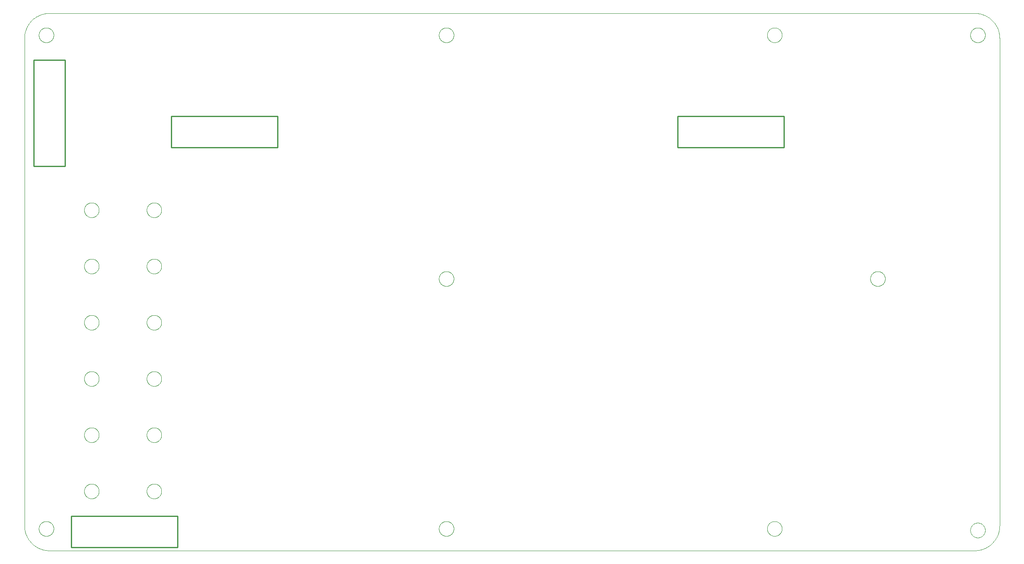
<source format=gto>
G75*
%MOIN*%
%OFA0B0*%
%FSLAX25Y25*%
%IPPOS*%
%LPD*%
%AMOC8*
5,1,8,0,0,1.08239X$1,22.5*
%
%ADD10C,0.00001*%
%ADD11C,0.00000*%
%ADD12C,0.01000*%
D10*
X0002667Y0411800D02*
X0002673Y0412291D01*
X0002691Y0412782D01*
X0002721Y0413272D01*
X0002763Y0413761D01*
X0002817Y0414249D01*
X0002884Y0414735D01*
X0002961Y0415220D01*
X0003051Y0415702D01*
X0003153Y0416182D01*
X0003266Y0416660D01*
X0003392Y0417135D01*
X0003528Y0417606D01*
X0003677Y0418074D01*
X0003836Y0418538D01*
X0004007Y0418998D01*
X0004189Y0419454D01*
X0004383Y0419905D01*
X0004587Y0420351D01*
X0004803Y0420792D01*
X0005029Y0421228D01*
X0005265Y0421658D01*
X0005512Y0422082D01*
X0005770Y0422500D01*
X0006038Y0422911D01*
X0006315Y0423316D01*
X0006603Y0423714D01*
X0006900Y0424105D01*
X0007207Y0424488D01*
X0007523Y0424863D01*
X0007848Y0425231D01*
X0008182Y0425591D01*
X0008525Y0425942D01*
X0008876Y0426285D01*
X0009236Y0426619D01*
X0009604Y0426944D01*
X0009979Y0427260D01*
X0010362Y0427567D01*
X0010753Y0427864D01*
X0011151Y0428152D01*
X0011556Y0428429D01*
X0011967Y0428697D01*
X0012385Y0428955D01*
X0012809Y0429202D01*
X0013239Y0429438D01*
X0013675Y0429664D01*
X0014116Y0429880D01*
X0014562Y0430084D01*
X0015013Y0430278D01*
X0015469Y0430460D01*
X0015929Y0430631D01*
X0016393Y0430790D01*
X0016861Y0430939D01*
X0017332Y0431075D01*
X0017807Y0431201D01*
X0018285Y0431314D01*
X0018765Y0431416D01*
X0019247Y0431506D01*
X0019732Y0431583D01*
X0020218Y0431650D01*
X0020706Y0431704D01*
X0021195Y0431746D01*
X0021685Y0431776D01*
X0022176Y0431794D01*
X0022667Y0431800D01*
D11*
X0022667Y0001800D02*
X0762667Y0001800D01*
X0759261Y0018050D02*
X0759263Y0018203D01*
X0759269Y0018357D01*
X0759279Y0018510D01*
X0759293Y0018662D01*
X0759311Y0018815D01*
X0759333Y0018966D01*
X0759358Y0019117D01*
X0759388Y0019268D01*
X0759422Y0019418D01*
X0759459Y0019566D01*
X0759500Y0019714D01*
X0759545Y0019860D01*
X0759594Y0020006D01*
X0759647Y0020150D01*
X0759703Y0020292D01*
X0759763Y0020433D01*
X0759827Y0020573D01*
X0759894Y0020711D01*
X0759965Y0020847D01*
X0760040Y0020981D01*
X0760117Y0021113D01*
X0760199Y0021243D01*
X0760283Y0021371D01*
X0760371Y0021497D01*
X0760462Y0021620D01*
X0760556Y0021741D01*
X0760654Y0021859D01*
X0760754Y0021975D01*
X0760858Y0022088D01*
X0760964Y0022199D01*
X0761073Y0022307D01*
X0761185Y0022412D01*
X0761299Y0022513D01*
X0761417Y0022612D01*
X0761536Y0022708D01*
X0761658Y0022801D01*
X0761783Y0022890D01*
X0761910Y0022977D01*
X0762039Y0023059D01*
X0762170Y0023139D01*
X0762303Y0023215D01*
X0762438Y0023288D01*
X0762575Y0023357D01*
X0762714Y0023422D01*
X0762854Y0023484D01*
X0762996Y0023542D01*
X0763139Y0023597D01*
X0763284Y0023648D01*
X0763430Y0023695D01*
X0763577Y0023738D01*
X0763725Y0023777D01*
X0763874Y0023813D01*
X0764024Y0023844D01*
X0764175Y0023872D01*
X0764326Y0023896D01*
X0764479Y0023916D01*
X0764631Y0023932D01*
X0764784Y0023944D01*
X0764937Y0023952D01*
X0765090Y0023956D01*
X0765244Y0023956D01*
X0765397Y0023952D01*
X0765550Y0023944D01*
X0765703Y0023932D01*
X0765855Y0023916D01*
X0766008Y0023896D01*
X0766159Y0023872D01*
X0766310Y0023844D01*
X0766460Y0023813D01*
X0766609Y0023777D01*
X0766757Y0023738D01*
X0766904Y0023695D01*
X0767050Y0023648D01*
X0767195Y0023597D01*
X0767338Y0023542D01*
X0767480Y0023484D01*
X0767620Y0023422D01*
X0767759Y0023357D01*
X0767896Y0023288D01*
X0768031Y0023215D01*
X0768164Y0023139D01*
X0768295Y0023059D01*
X0768424Y0022977D01*
X0768551Y0022890D01*
X0768676Y0022801D01*
X0768798Y0022708D01*
X0768917Y0022612D01*
X0769035Y0022513D01*
X0769149Y0022412D01*
X0769261Y0022307D01*
X0769370Y0022199D01*
X0769476Y0022088D01*
X0769580Y0021975D01*
X0769680Y0021859D01*
X0769778Y0021741D01*
X0769872Y0021620D01*
X0769963Y0021497D01*
X0770051Y0021371D01*
X0770135Y0021243D01*
X0770217Y0021113D01*
X0770294Y0020981D01*
X0770369Y0020847D01*
X0770440Y0020711D01*
X0770507Y0020573D01*
X0770571Y0020433D01*
X0770631Y0020292D01*
X0770687Y0020150D01*
X0770740Y0020006D01*
X0770789Y0019860D01*
X0770834Y0019714D01*
X0770875Y0019566D01*
X0770912Y0019418D01*
X0770946Y0019268D01*
X0770976Y0019117D01*
X0771001Y0018966D01*
X0771023Y0018815D01*
X0771041Y0018662D01*
X0771055Y0018510D01*
X0771065Y0018357D01*
X0771071Y0018203D01*
X0771073Y0018050D01*
X0771071Y0017897D01*
X0771065Y0017743D01*
X0771055Y0017590D01*
X0771041Y0017438D01*
X0771023Y0017285D01*
X0771001Y0017134D01*
X0770976Y0016983D01*
X0770946Y0016832D01*
X0770912Y0016682D01*
X0770875Y0016534D01*
X0770834Y0016386D01*
X0770789Y0016240D01*
X0770740Y0016094D01*
X0770687Y0015950D01*
X0770631Y0015808D01*
X0770571Y0015667D01*
X0770507Y0015527D01*
X0770440Y0015389D01*
X0770369Y0015253D01*
X0770294Y0015119D01*
X0770217Y0014987D01*
X0770135Y0014857D01*
X0770051Y0014729D01*
X0769963Y0014603D01*
X0769872Y0014480D01*
X0769778Y0014359D01*
X0769680Y0014241D01*
X0769580Y0014125D01*
X0769476Y0014012D01*
X0769370Y0013901D01*
X0769261Y0013793D01*
X0769149Y0013688D01*
X0769035Y0013587D01*
X0768917Y0013488D01*
X0768798Y0013392D01*
X0768676Y0013299D01*
X0768551Y0013210D01*
X0768424Y0013123D01*
X0768295Y0013041D01*
X0768164Y0012961D01*
X0768031Y0012885D01*
X0767896Y0012812D01*
X0767759Y0012743D01*
X0767620Y0012678D01*
X0767480Y0012616D01*
X0767338Y0012558D01*
X0767195Y0012503D01*
X0767050Y0012452D01*
X0766904Y0012405D01*
X0766757Y0012362D01*
X0766609Y0012323D01*
X0766460Y0012287D01*
X0766310Y0012256D01*
X0766159Y0012228D01*
X0766008Y0012204D01*
X0765855Y0012184D01*
X0765703Y0012168D01*
X0765550Y0012156D01*
X0765397Y0012148D01*
X0765244Y0012144D01*
X0765090Y0012144D01*
X0764937Y0012148D01*
X0764784Y0012156D01*
X0764631Y0012168D01*
X0764479Y0012184D01*
X0764326Y0012204D01*
X0764175Y0012228D01*
X0764024Y0012256D01*
X0763874Y0012287D01*
X0763725Y0012323D01*
X0763577Y0012362D01*
X0763430Y0012405D01*
X0763284Y0012452D01*
X0763139Y0012503D01*
X0762996Y0012558D01*
X0762854Y0012616D01*
X0762714Y0012678D01*
X0762575Y0012743D01*
X0762438Y0012812D01*
X0762303Y0012885D01*
X0762170Y0012961D01*
X0762039Y0013041D01*
X0761910Y0013123D01*
X0761783Y0013210D01*
X0761658Y0013299D01*
X0761536Y0013392D01*
X0761417Y0013488D01*
X0761299Y0013587D01*
X0761185Y0013688D01*
X0761073Y0013793D01*
X0760964Y0013901D01*
X0760858Y0014012D01*
X0760754Y0014125D01*
X0760654Y0014241D01*
X0760556Y0014359D01*
X0760462Y0014480D01*
X0760371Y0014603D01*
X0760283Y0014729D01*
X0760199Y0014857D01*
X0760117Y0014987D01*
X0760040Y0015119D01*
X0759965Y0015253D01*
X0759894Y0015389D01*
X0759827Y0015527D01*
X0759763Y0015667D01*
X0759703Y0015808D01*
X0759647Y0015950D01*
X0759594Y0016094D01*
X0759545Y0016240D01*
X0759500Y0016386D01*
X0759459Y0016534D01*
X0759422Y0016682D01*
X0759388Y0016832D01*
X0759358Y0016983D01*
X0759333Y0017134D01*
X0759311Y0017285D01*
X0759293Y0017438D01*
X0759279Y0017590D01*
X0759269Y0017743D01*
X0759263Y0017897D01*
X0759261Y0018050D01*
X0762667Y0001800D02*
X0763150Y0001806D01*
X0763633Y0001823D01*
X0764116Y0001853D01*
X0764597Y0001893D01*
X0765078Y0001946D01*
X0765557Y0002010D01*
X0766034Y0002085D01*
X0766510Y0002173D01*
X0766983Y0002271D01*
X0767453Y0002381D01*
X0767921Y0002502D01*
X0768386Y0002635D01*
X0768847Y0002779D01*
X0769305Y0002934D01*
X0769759Y0003100D01*
X0770209Y0003277D01*
X0770654Y0003464D01*
X0771095Y0003663D01*
X0771531Y0003871D01*
X0771961Y0004091D01*
X0772387Y0004321D01*
X0772806Y0004561D01*
X0773220Y0004811D01*
X0773627Y0005071D01*
X0774028Y0005340D01*
X0774423Y0005620D01*
X0774810Y0005908D01*
X0775191Y0006207D01*
X0775564Y0006514D01*
X0775929Y0006830D01*
X0776287Y0007155D01*
X0776637Y0007488D01*
X0776979Y0007830D01*
X0777312Y0008180D01*
X0777637Y0008538D01*
X0777953Y0008903D01*
X0778260Y0009276D01*
X0778559Y0009657D01*
X0778847Y0010044D01*
X0779127Y0010439D01*
X0779396Y0010840D01*
X0779656Y0011247D01*
X0779906Y0011661D01*
X0780146Y0012080D01*
X0780376Y0012506D01*
X0780596Y0012936D01*
X0780804Y0013372D01*
X0781003Y0013813D01*
X0781190Y0014258D01*
X0781367Y0014708D01*
X0781533Y0015162D01*
X0781688Y0015620D01*
X0781832Y0016081D01*
X0781965Y0016546D01*
X0782086Y0017014D01*
X0782196Y0017484D01*
X0782294Y0017957D01*
X0782382Y0018433D01*
X0782457Y0018910D01*
X0782521Y0019389D01*
X0782574Y0019870D01*
X0782614Y0020351D01*
X0782644Y0020834D01*
X0782661Y0021317D01*
X0782667Y0021800D01*
X0782667Y0411800D01*
X0759261Y0414300D02*
X0759263Y0414453D01*
X0759269Y0414607D01*
X0759279Y0414760D01*
X0759293Y0414912D01*
X0759311Y0415065D01*
X0759333Y0415216D01*
X0759358Y0415367D01*
X0759388Y0415518D01*
X0759422Y0415668D01*
X0759459Y0415816D01*
X0759500Y0415964D01*
X0759545Y0416110D01*
X0759594Y0416256D01*
X0759647Y0416400D01*
X0759703Y0416542D01*
X0759763Y0416683D01*
X0759827Y0416823D01*
X0759894Y0416961D01*
X0759965Y0417097D01*
X0760040Y0417231D01*
X0760117Y0417363D01*
X0760199Y0417493D01*
X0760283Y0417621D01*
X0760371Y0417747D01*
X0760462Y0417870D01*
X0760556Y0417991D01*
X0760654Y0418109D01*
X0760754Y0418225D01*
X0760858Y0418338D01*
X0760964Y0418449D01*
X0761073Y0418557D01*
X0761185Y0418662D01*
X0761299Y0418763D01*
X0761417Y0418862D01*
X0761536Y0418958D01*
X0761658Y0419051D01*
X0761783Y0419140D01*
X0761910Y0419227D01*
X0762039Y0419309D01*
X0762170Y0419389D01*
X0762303Y0419465D01*
X0762438Y0419538D01*
X0762575Y0419607D01*
X0762714Y0419672D01*
X0762854Y0419734D01*
X0762996Y0419792D01*
X0763139Y0419847D01*
X0763284Y0419898D01*
X0763430Y0419945D01*
X0763577Y0419988D01*
X0763725Y0420027D01*
X0763874Y0420063D01*
X0764024Y0420094D01*
X0764175Y0420122D01*
X0764326Y0420146D01*
X0764479Y0420166D01*
X0764631Y0420182D01*
X0764784Y0420194D01*
X0764937Y0420202D01*
X0765090Y0420206D01*
X0765244Y0420206D01*
X0765397Y0420202D01*
X0765550Y0420194D01*
X0765703Y0420182D01*
X0765855Y0420166D01*
X0766008Y0420146D01*
X0766159Y0420122D01*
X0766310Y0420094D01*
X0766460Y0420063D01*
X0766609Y0420027D01*
X0766757Y0419988D01*
X0766904Y0419945D01*
X0767050Y0419898D01*
X0767195Y0419847D01*
X0767338Y0419792D01*
X0767480Y0419734D01*
X0767620Y0419672D01*
X0767759Y0419607D01*
X0767896Y0419538D01*
X0768031Y0419465D01*
X0768164Y0419389D01*
X0768295Y0419309D01*
X0768424Y0419227D01*
X0768551Y0419140D01*
X0768676Y0419051D01*
X0768798Y0418958D01*
X0768917Y0418862D01*
X0769035Y0418763D01*
X0769149Y0418662D01*
X0769261Y0418557D01*
X0769370Y0418449D01*
X0769476Y0418338D01*
X0769580Y0418225D01*
X0769680Y0418109D01*
X0769778Y0417991D01*
X0769872Y0417870D01*
X0769963Y0417747D01*
X0770051Y0417621D01*
X0770135Y0417493D01*
X0770217Y0417363D01*
X0770294Y0417231D01*
X0770369Y0417097D01*
X0770440Y0416961D01*
X0770507Y0416823D01*
X0770571Y0416683D01*
X0770631Y0416542D01*
X0770687Y0416400D01*
X0770740Y0416256D01*
X0770789Y0416110D01*
X0770834Y0415964D01*
X0770875Y0415816D01*
X0770912Y0415668D01*
X0770946Y0415518D01*
X0770976Y0415367D01*
X0771001Y0415216D01*
X0771023Y0415065D01*
X0771041Y0414912D01*
X0771055Y0414760D01*
X0771065Y0414607D01*
X0771071Y0414453D01*
X0771073Y0414300D01*
X0771071Y0414147D01*
X0771065Y0413993D01*
X0771055Y0413840D01*
X0771041Y0413688D01*
X0771023Y0413535D01*
X0771001Y0413384D01*
X0770976Y0413233D01*
X0770946Y0413082D01*
X0770912Y0412932D01*
X0770875Y0412784D01*
X0770834Y0412636D01*
X0770789Y0412490D01*
X0770740Y0412344D01*
X0770687Y0412200D01*
X0770631Y0412058D01*
X0770571Y0411917D01*
X0770507Y0411777D01*
X0770440Y0411639D01*
X0770369Y0411503D01*
X0770294Y0411369D01*
X0770217Y0411237D01*
X0770135Y0411107D01*
X0770051Y0410979D01*
X0769963Y0410853D01*
X0769872Y0410730D01*
X0769778Y0410609D01*
X0769680Y0410491D01*
X0769580Y0410375D01*
X0769476Y0410262D01*
X0769370Y0410151D01*
X0769261Y0410043D01*
X0769149Y0409938D01*
X0769035Y0409837D01*
X0768917Y0409738D01*
X0768798Y0409642D01*
X0768676Y0409549D01*
X0768551Y0409460D01*
X0768424Y0409373D01*
X0768295Y0409291D01*
X0768164Y0409211D01*
X0768031Y0409135D01*
X0767896Y0409062D01*
X0767759Y0408993D01*
X0767620Y0408928D01*
X0767480Y0408866D01*
X0767338Y0408808D01*
X0767195Y0408753D01*
X0767050Y0408702D01*
X0766904Y0408655D01*
X0766757Y0408612D01*
X0766609Y0408573D01*
X0766460Y0408537D01*
X0766310Y0408506D01*
X0766159Y0408478D01*
X0766008Y0408454D01*
X0765855Y0408434D01*
X0765703Y0408418D01*
X0765550Y0408406D01*
X0765397Y0408398D01*
X0765244Y0408394D01*
X0765090Y0408394D01*
X0764937Y0408398D01*
X0764784Y0408406D01*
X0764631Y0408418D01*
X0764479Y0408434D01*
X0764326Y0408454D01*
X0764175Y0408478D01*
X0764024Y0408506D01*
X0763874Y0408537D01*
X0763725Y0408573D01*
X0763577Y0408612D01*
X0763430Y0408655D01*
X0763284Y0408702D01*
X0763139Y0408753D01*
X0762996Y0408808D01*
X0762854Y0408866D01*
X0762714Y0408928D01*
X0762575Y0408993D01*
X0762438Y0409062D01*
X0762303Y0409135D01*
X0762170Y0409211D01*
X0762039Y0409291D01*
X0761910Y0409373D01*
X0761783Y0409460D01*
X0761658Y0409549D01*
X0761536Y0409642D01*
X0761417Y0409738D01*
X0761299Y0409837D01*
X0761185Y0409938D01*
X0761073Y0410043D01*
X0760964Y0410151D01*
X0760858Y0410262D01*
X0760754Y0410375D01*
X0760654Y0410491D01*
X0760556Y0410609D01*
X0760462Y0410730D01*
X0760371Y0410853D01*
X0760283Y0410979D01*
X0760199Y0411107D01*
X0760117Y0411237D01*
X0760040Y0411369D01*
X0759965Y0411503D01*
X0759894Y0411639D01*
X0759827Y0411777D01*
X0759763Y0411917D01*
X0759703Y0412058D01*
X0759647Y0412200D01*
X0759594Y0412344D01*
X0759545Y0412490D01*
X0759500Y0412636D01*
X0759459Y0412784D01*
X0759422Y0412932D01*
X0759388Y0413082D01*
X0759358Y0413233D01*
X0759333Y0413384D01*
X0759311Y0413535D01*
X0759293Y0413688D01*
X0759279Y0413840D01*
X0759269Y0413993D01*
X0759263Y0414147D01*
X0759261Y0414300D01*
X0762667Y0431800D02*
X0763150Y0431794D01*
X0763633Y0431777D01*
X0764116Y0431747D01*
X0764597Y0431707D01*
X0765078Y0431654D01*
X0765557Y0431590D01*
X0766034Y0431515D01*
X0766510Y0431427D01*
X0766983Y0431329D01*
X0767453Y0431219D01*
X0767921Y0431098D01*
X0768386Y0430965D01*
X0768847Y0430821D01*
X0769305Y0430666D01*
X0769759Y0430500D01*
X0770209Y0430323D01*
X0770654Y0430136D01*
X0771095Y0429937D01*
X0771531Y0429729D01*
X0771961Y0429509D01*
X0772387Y0429279D01*
X0772806Y0429039D01*
X0773220Y0428789D01*
X0773627Y0428529D01*
X0774028Y0428260D01*
X0774423Y0427980D01*
X0774810Y0427692D01*
X0775191Y0427393D01*
X0775564Y0427086D01*
X0775929Y0426770D01*
X0776287Y0426445D01*
X0776637Y0426112D01*
X0776979Y0425770D01*
X0777312Y0425420D01*
X0777637Y0425062D01*
X0777953Y0424697D01*
X0778260Y0424324D01*
X0778559Y0423943D01*
X0778847Y0423556D01*
X0779127Y0423161D01*
X0779396Y0422760D01*
X0779656Y0422353D01*
X0779906Y0421939D01*
X0780146Y0421520D01*
X0780376Y0421094D01*
X0780596Y0420664D01*
X0780804Y0420228D01*
X0781003Y0419787D01*
X0781190Y0419342D01*
X0781367Y0418892D01*
X0781533Y0418438D01*
X0781688Y0417980D01*
X0781832Y0417519D01*
X0781965Y0417054D01*
X0782086Y0416586D01*
X0782196Y0416116D01*
X0782294Y0415643D01*
X0782382Y0415167D01*
X0782457Y0414690D01*
X0782521Y0414211D01*
X0782574Y0413730D01*
X0782614Y0413249D01*
X0782644Y0412766D01*
X0782661Y0412283D01*
X0782667Y0411800D01*
X0762667Y0431800D02*
X0022667Y0431800D01*
X0014261Y0414300D02*
X0014263Y0414453D01*
X0014269Y0414607D01*
X0014279Y0414760D01*
X0014293Y0414912D01*
X0014311Y0415065D01*
X0014333Y0415216D01*
X0014358Y0415367D01*
X0014388Y0415518D01*
X0014422Y0415668D01*
X0014459Y0415816D01*
X0014500Y0415964D01*
X0014545Y0416110D01*
X0014594Y0416256D01*
X0014647Y0416400D01*
X0014703Y0416542D01*
X0014763Y0416683D01*
X0014827Y0416823D01*
X0014894Y0416961D01*
X0014965Y0417097D01*
X0015040Y0417231D01*
X0015117Y0417363D01*
X0015199Y0417493D01*
X0015283Y0417621D01*
X0015371Y0417747D01*
X0015462Y0417870D01*
X0015556Y0417991D01*
X0015654Y0418109D01*
X0015754Y0418225D01*
X0015858Y0418338D01*
X0015964Y0418449D01*
X0016073Y0418557D01*
X0016185Y0418662D01*
X0016299Y0418763D01*
X0016417Y0418862D01*
X0016536Y0418958D01*
X0016658Y0419051D01*
X0016783Y0419140D01*
X0016910Y0419227D01*
X0017039Y0419309D01*
X0017170Y0419389D01*
X0017303Y0419465D01*
X0017438Y0419538D01*
X0017575Y0419607D01*
X0017714Y0419672D01*
X0017854Y0419734D01*
X0017996Y0419792D01*
X0018139Y0419847D01*
X0018284Y0419898D01*
X0018430Y0419945D01*
X0018577Y0419988D01*
X0018725Y0420027D01*
X0018874Y0420063D01*
X0019024Y0420094D01*
X0019175Y0420122D01*
X0019326Y0420146D01*
X0019479Y0420166D01*
X0019631Y0420182D01*
X0019784Y0420194D01*
X0019937Y0420202D01*
X0020090Y0420206D01*
X0020244Y0420206D01*
X0020397Y0420202D01*
X0020550Y0420194D01*
X0020703Y0420182D01*
X0020855Y0420166D01*
X0021008Y0420146D01*
X0021159Y0420122D01*
X0021310Y0420094D01*
X0021460Y0420063D01*
X0021609Y0420027D01*
X0021757Y0419988D01*
X0021904Y0419945D01*
X0022050Y0419898D01*
X0022195Y0419847D01*
X0022338Y0419792D01*
X0022480Y0419734D01*
X0022620Y0419672D01*
X0022759Y0419607D01*
X0022896Y0419538D01*
X0023031Y0419465D01*
X0023164Y0419389D01*
X0023295Y0419309D01*
X0023424Y0419227D01*
X0023551Y0419140D01*
X0023676Y0419051D01*
X0023798Y0418958D01*
X0023917Y0418862D01*
X0024035Y0418763D01*
X0024149Y0418662D01*
X0024261Y0418557D01*
X0024370Y0418449D01*
X0024476Y0418338D01*
X0024580Y0418225D01*
X0024680Y0418109D01*
X0024778Y0417991D01*
X0024872Y0417870D01*
X0024963Y0417747D01*
X0025051Y0417621D01*
X0025135Y0417493D01*
X0025217Y0417363D01*
X0025294Y0417231D01*
X0025369Y0417097D01*
X0025440Y0416961D01*
X0025507Y0416823D01*
X0025571Y0416683D01*
X0025631Y0416542D01*
X0025687Y0416400D01*
X0025740Y0416256D01*
X0025789Y0416110D01*
X0025834Y0415964D01*
X0025875Y0415816D01*
X0025912Y0415668D01*
X0025946Y0415518D01*
X0025976Y0415367D01*
X0026001Y0415216D01*
X0026023Y0415065D01*
X0026041Y0414912D01*
X0026055Y0414760D01*
X0026065Y0414607D01*
X0026071Y0414453D01*
X0026073Y0414300D01*
X0026071Y0414147D01*
X0026065Y0413993D01*
X0026055Y0413840D01*
X0026041Y0413688D01*
X0026023Y0413535D01*
X0026001Y0413384D01*
X0025976Y0413233D01*
X0025946Y0413082D01*
X0025912Y0412932D01*
X0025875Y0412784D01*
X0025834Y0412636D01*
X0025789Y0412490D01*
X0025740Y0412344D01*
X0025687Y0412200D01*
X0025631Y0412058D01*
X0025571Y0411917D01*
X0025507Y0411777D01*
X0025440Y0411639D01*
X0025369Y0411503D01*
X0025294Y0411369D01*
X0025217Y0411237D01*
X0025135Y0411107D01*
X0025051Y0410979D01*
X0024963Y0410853D01*
X0024872Y0410730D01*
X0024778Y0410609D01*
X0024680Y0410491D01*
X0024580Y0410375D01*
X0024476Y0410262D01*
X0024370Y0410151D01*
X0024261Y0410043D01*
X0024149Y0409938D01*
X0024035Y0409837D01*
X0023917Y0409738D01*
X0023798Y0409642D01*
X0023676Y0409549D01*
X0023551Y0409460D01*
X0023424Y0409373D01*
X0023295Y0409291D01*
X0023164Y0409211D01*
X0023031Y0409135D01*
X0022896Y0409062D01*
X0022759Y0408993D01*
X0022620Y0408928D01*
X0022480Y0408866D01*
X0022338Y0408808D01*
X0022195Y0408753D01*
X0022050Y0408702D01*
X0021904Y0408655D01*
X0021757Y0408612D01*
X0021609Y0408573D01*
X0021460Y0408537D01*
X0021310Y0408506D01*
X0021159Y0408478D01*
X0021008Y0408454D01*
X0020855Y0408434D01*
X0020703Y0408418D01*
X0020550Y0408406D01*
X0020397Y0408398D01*
X0020244Y0408394D01*
X0020090Y0408394D01*
X0019937Y0408398D01*
X0019784Y0408406D01*
X0019631Y0408418D01*
X0019479Y0408434D01*
X0019326Y0408454D01*
X0019175Y0408478D01*
X0019024Y0408506D01*
X0018874Y0408537D01*
X0018725Y0408573D01*
X0018577Y0408612D01*
X0018430Y0408655D01*
X0018284Y0408702D01*
X0018139Y0408753D01*
X0017996Y0408808D01*
X0017854Y0408866D01*
X0017714Y0408928D01*
X0017575Y0408993D01*
X0017438Y0409062D01*
X0017303Y0409135D01*
X0017170Y0409211D01*
X0017039Y0409291D01*
X0016910Y0409373D01*
X0016783Y0409460D01*
X0016658Y0409549D01*
X0016536Y0409642D01*
X0016417Y0409738D01*
X0016299Y0409837D01*
X0016185Y0409938D01*
X0016073Y0410043D01*
X0015964Y0410151D01*
X0015858Y0410262D01*
X0015754Y0410375D01*
X0015654Y0410491D01*
X0015556Y0410609D01*
X0015462Y0410730D01*
X0015371Y0410853D01*
X0015283Y0410979D01*
X0015199Y0411107D01*
X0015117Y0411237D01*
X0015040Y0411369D01*
X0014965Y0411503D01*
X0014894Y0411639D01*
X0014827Y0411777D01*
X0014763Y0411917D01*
X0014703Y0412058D01*
X0014647Y0412200D01*
X0014594Y0412344D01*
X0014545Y0412490D01*
X0014500Y0412636D01*
X0014459Y0412784D01*
X0014422Y0412932D01*
X0014388Y0413082D01*
X0014358Y0413233D01*
X0014333Y0413384D01*
X0014311Y0413535D01*
X0014293Y0413688D01*
X0014279Y0413840D01*
X0014269Y0413993D01*
X0014263Y0414147D01*
X0014261Y0414300D01*
X0002667Y0411800D02*
X0002667Y0021800D01*
X0014261Y0019300D02*
X0014263Y0019453D01*
X0014269Y0019607D01*
X0014279Y0019760D01*
X0014293Y0019912D01*
X0014311Y0020065D01*
X0014333Y0020216D01*
X0014358Y0020367D01*
X0014388Y0020518D01*
X0014422Y0020668D01*
X0014459Y0020816D01*
X0014500Y0020964D01*
X0014545Y0021110D01*
X0014594Y0021256D01*
X0014647Y0021400D01*
X0014703Y0021542D01*
X0014763Y0021683D01*
X0014827Y0021823D01*
X0014894Y0021961D01*
X0014965Y0022097D01*
X0015040Y0022231D01*
X0015117Y0022363D01*
X0015199Y0022493D01*
X0015283Y0022621D01*
X0015371Y0022747D01*
X0015462Y0022870D01*
X0015556Y0022991D01*
X0015654Y0023109D01*
X0015754Y0023225D01*
X0015858Y0023338D01*
X0015964Y0023449D01*
X0016073Y0023557D01*
X0016185Y0023662D01*
X0016299Y0023763D01*
X0016417Y0023862D01*
X0016536Y0023958D01*
X0016658Y0024051D01*
X0016783Y0024140D01*
X0016910Y0024227D01*
X0017039Y0024309D01*
X0017170Y0024389D01*
X0017303Y0024465D01*
X0017438Y0024538D01*
X0017575Y0024607D01*
X0017714Y0024672D01*
X0017854Y0024734D01*
X0017996Y0024792D01*
X0018139Y0024847D01*
X0018284Y0024898D01*
X0018430Y0024945D01*
X0018577Y0024988D01*
X0018725Y0025027D01*
X0018874Y0025063D01*
X0019024Y0025094D01*
X0019175Y0025122D01*
X0019326Y0025146D01*
X0019479Y0025166D01*
X0019631Y0025182D01*
X0019784Y0025194D01*
X0019937Y0025202D01*
X0020090Y0025206D01*
X0020244Y0025206D01*
X0020397Y0025202D01*
X0020550Y0025194D01*
X0020703Y0025182D01*
X0020855Y0025166D01*
X0021008Y0025146D01*
X0021159Y0025122D01*
X0021310Y0025094D01*
X0021460Y0025063D01*
X0021609Y0025027D01*
X0021757Y0024988D01*
X0021904Y0024945D01*
X0022050Y0024898D01*
X0022195Y0024847D01*
X0022338Y0024792D01*
X0022480Y0024734D01*
X0022620Y0024672D01*
X0022759Y0024607D01*
X0022896Y0024538D01*
X0023031Y0024465D01*
X0023164Y0024389D01*
X0023295Y0024309D01*
X0023424Y0024227D01*
X0023551Y0024140D01*
X0023676Y0024051D01*
X0023798Y0023958D01*
X0023917Y0023862D01*
X0024035Y0023763D01*
X0024149Y0023662D01*
X0024261Y0023557D01*
X0024370Y0023449D01*
X0024476Y0023338D01*
X0024580Y0023225D01*
X0024680Y0023109D01*
X0024778Y0022991D01*
X0024872Y0022870D01*
X0024963Y0022747D01*
X0025051Y0022621D01*
X0025135Y0022493D01*
X0025217Y0022363D01*
X0025294Y0022231D01*
X0025369Y0022097D01*
X0025440Y0021961D01*
X0025507Y0021823D01*
X0025571Y0021683D01*
X0025631Y0021542D01*
X0025687Y0021400D01*
X0025740Y0021256D01*
X0025789Y0021110D01*
X0025834Y0020964D01*
X0025875Y0020816D01*
X0025912Y0020668D01*
X0025946Y0020518D01*
X0025976Y0020367D01*
X0026001Y0020216D01*
X0026023Y0020065D01*
X0026041Y0019912D01*
X0026055Y0019760D01*
X0026065Y0019607D01*
X0026071Y0019453D01*
X0026073Y0019300D01*
X0026071Y0019147D01*
X0026065Y0018993D01*
X0026055Y0018840D01*
X0026041Y0018688D01*
X0026023Y0018535D01*
X0026001Y0018384D01*
X0025976Y0018233D01*
X0025946Y0018082D01*
X0025912Y0017932D01*
X0025875Y0017784D01*
X0025834Y0017636D01*
X0025789Y0017490D01*
X0025740Y0017344D01*
X0025687Y0017200D01*
X0025631Y0017058D01*
X0025571Y0016917D01*
X0025507Y0016777D01*
X0025440Y0016639D01*
X0025369Y0016503D01*
X0025294Y0016369D01*
X0025217Y0016237D01*
X0025135Y0016107D01*
X0025051Y0015979D01*
X0024963Y0015853D01*
X0024872Y0015730D01*
X0024778Y0015609D01*
X0024680Y0015491D01*
X0024580Y0015375D01*
X0024476Y0015262D01*
X0024370Y0015151D01*
X0024261Y0015043D01*
X0024149Y0014938D01*
X0024035Y0014837D01*
X0023917Y0014738D01*
X0023798Y0014642D01*
X0023676Y0014549D01*
X0023551Y0014460D01*
X0023424Y0014373D01*
X0023295Y0014291D01*
X0023164Y0014211D01*
X0023031Y0014135D01*
X0022896Y0014062D01*
X0022759Y0013993D01*
X0022620Y0013928D01*
X0022480Y0013866D01*
X0022338Y0013808D01*
X0022195Y0013753D01*
X0022050Y0013702D01*
X0021904Y0013655D01*
X0021757Y0013612D01*
X0021609Y0013573D01*
X0021460Y0013537D01*
X0021310Y0013506D01*
X0021159Y0013478D01*
X0021008Y0013454D01*
X0020855Y0013434D01*
X0020703Y0013418D01*
X0020550Y0013406D01*
X0020397Y0013398D01*
X0020244Y0013394D01*
X0020090Y0013394D01*
X0019937Y0013398D01*
X0019784Y0013406D01*
X0019631Y0013418D01*
X0019479Y0013434D01*
X0019326Y0013454D01*
X0019175Y0013478D01*
X0019024Y0013506D01*
X0018874Y0013537D01*
X0018725Y0013573D01*
X0018577Y0013612D01*
X0018430Y0013655D01*
X0018284Y0013702D01*
X0018139Y0013753D01*
X0017996Y0013808D01*
X0017854Y0013866D01*
X0017714Y0013928D01*
X0017575Y0013993D01*
X0017438Y0014062D01*
X0017303Y0014135D01*
X0017170Y0014211D01*
X0017039Y0014291D01*
X0016910Y0014373D01*
X0016783Y0014460D01*
X0016658Y0014549D01*
X0016536Y0014642D01*
X0016417Y0014738D01*
X0016299Y0014837D01*
X0016185Y0014938D01*
X0016073Y0015043D01*
X0015964Y0015151D01*
X0015858Y0015262D01*
X0015754Y0015375D01*
X0015654Y0015491D01*
X0015556Y0015609D01*
X0015462Y0015730D01*
X0015371Y0015853D01*
X0015283Y0015979D01*
X0015199Y0016107D01*
X0015117Y0016237D01*
X0015040Y0016369D01*
X0014965Y0016503D01*
X0014894Y0016639D01*
X0014827Y0016777D01*
X0014763Y0016917D01*
X0014703Y0017058D01*
X0014647Y0017200D01*
X0014594Y0017344D01*
X0014545Y0017490D01*
X0014500Y0017636D01*
X0014459Y0017784D01*
X0014422Y0017932D01*
X0014388Y0018082D01*
X0014358Y0018233D01*
X0014333Y0018384D01*
X0014311Y0018535D01*
X0014293Y0018688D01*
X0014279Y0018840D01*
X0014269Y0018993D01*
X0014263Y0019147D01*
X0014261Y0019300D01*
X0002667Y0021800D02*
X0002673Y0021317D01*
X0002690Y0020834D01*
X0002720Y0020351D01*
X0002760Y0019870D01*
X0002813Y0019389D01*
X0002877Y0018910D01*
X0002952Y0018433D01*
X0003040Y0017957D01*
X0003138Y0017484D01*
X0003248Y0017014D01*
X0003369Y0016546D01*
X0003502Y0016081D01*
X0003646Y0015620D01*
X0003801Y0015162D01*
X0003967Y0014708D01*
X0004144Y0014258D01*
X0004331Y0013813D01*
X0004530Y0013372D01*
X0004738Y0012936D01*
X0004958Y0012506D01*
X0005188Y0012080D01*
X0005428Y0011661D01*
X0005678Y0011247D01*
X0005938Y0010840D01*
X0006207Y0010439D01*
X0006487Y0010044D01*
X0006775Y0009657D01*
X0007074Y0009276D01*
X0007381Y0008903D01*
X0007697Y0008538D01*
X0008022Y0008180D01*
X0008355Y0007830D01*
X0008697Y0007488D01*
X0009047Y0007155D01*
X0009405Y0006830D01*
X0009770Y0006514D01*
X0010143Y0006207D01*
X0010524Y0005908D01*
X0010911Y0005620D01*
X0011306Y0005340D01*
X0011707Y0005071D01*
X0012114Y0004811D01*
X0012528Y0004561D01*
X0012947Y0004321D01*
X0013373Y0004091D01*
X0013803Y0003871D01*
X0014239Y0003663D01*
X0014680Y0003464D01*
X0015125Y0003277D01*
X0015575Y0003100D01*
X0016029Y0002934D01*
X0016487Y0002779D01*
X0016948Y0002635D01*
X0017413Y0002502D01*
X0017881Y0002381D01*
X0018351Y0002271D01*
X0018824Y0002173D01*
X0019300Y0002085D01*
X0019777Y0002010D01*
X0020256Y0001946D01*
X0020737Y0001893D01*
X0021218Y0001853D01*
X0021701Y0001823D01*
X0022184Y0001806D01*
X0022667Y0001800D01*
X0050511Y0049300D02*
X0050513Y0049453D01*
X0050519Y0049607D01*
X0050529Y0049760D01*
X0050543Y0049912D01*
X0050561Y0050065D01*
X0050583Y0050216D01*
X0050608Y0050367D01*
X0050638Y0050518D01*
X0050672Y0050668D01*
X0050709Y0050816D01*
X0050750Y0050964D01*
X0050795Y0051110D01*
X0050844Y0051256D01*
X0050897Y0051400D01*
X0050953Y0051542D01*
X0051013Y0051683D01*
X0051077Y0051823D01*
X0051144Y0051961D01*
X0051215Y0052097D01*
X0051290Y0052231D01*
X0051367Y0052363D01*
X0051449Y0052493D01*
X0051533Y0052621D01*
X0051621Y0052747D01*
X0051712Y0052870D01*
X0051806Y0052991D01*
X0051904Y0053109D01*
X0052004Y0053225D01*
X0052108Y0053338D01*
X0052214Y0053449D01*
X0052323Y0053557D01*
X0052435Y0053662D01*
X0052549Y0053763D01*
X0052667Y0053862D01*
X0052786Y0053958D01*
X0052908Y0054051D01*
X0053033Y0054140D01*
X0053160Y0054227D01*
X0053289Y0054309D01*
X0053420Y0054389D01*
X0053553Y0054465D01*
X0053688Y0054538D01*
X0053825Y0054607D01*
X0053964Y0054672D01*
X0054104Y0054734D01*
X0054246Y0054792D01*
X0054389Y0054847D01*
X0054534Y0054898D01*
X0054680Y0054945D01*
X0054827Y0054988D01*
X0054975Y0055027D01*
X0055124Y0055063D01*
X0055274Y0055094D01*
X0055425Y0055122D01*
X0055576Y0055146D01*
X0055729Y0055166D01*
X0055881Y0055182D01*
X0056034Y0055194D01*
X0056187Y0055202D01*
X0056340Y0055206D01*
X0056494Y0055206D01*
X0056647Y0055202D01*
X0056800Y0055194D01*
X0056953Y0055182D01*
X0057105Y0055166D01*
X0057258Y0055146D01*
X0057409Y0055122D01*
X0057560Y0055094D01*
X0057710Y0055063D01*
X0057859Y0055027D01*
X0058007Y0054988D01*
X0058154Y0054945D01*
X0058300Y0054898D01*
X0058445Y0054847D01*
X0058588Y0054792D01*
X0058730Y0054734D01*
X0058870Y0054672D01*
X0059009Y0054607D01*
X0059146Y0054538D01*
X0059281Y0054465D01*
X0059414Y0054389D01*
X0059545Y0054309D01*
X0059674Y0054227D01*
X0059801Y0054140D01*
X0059926Y0054051D01*
X0060048Y0053958D01*
X0060167Y0053862D01*
X0060285Y0053763D01*
X0060399Y0053662D01*
X0060511Y0053557D01*
X0060620Y0053449D01*
X0060726Y0053338D01*
X0060830Y0053225D01*
X0060930Y0053109D01*
X0061028Y0052991D01*
X0061122Y0052870D01*
X0061213Y0052747D01*
X0061301Y0052621D01*
X0061385Y0052493D01*
X0061467Y0052363D01*
X0061544Y0052231D01*
X0061619Y0052097D01*
X0061690Y0051961D01*
X0061757Y0051823D01*
X0061821Y0051683D01*
X0061881Y0051542D01*
X0061937Y0051400D01*
X0061990Y0051256D01*
X0062039Y0051110D01*
X0062084Y0050964D01*
X0062125Y0050816D01*
X0062162Y0050668D01*
X0062196Y0050518D01*
X0062226Y0050367D01*
X0062251Y0050216D01*
X0062273Y0050065D01*
X0062291Y0049912D01*
X0062305Y0049760D01*
X0062315Y0049607D01*
X0062321Y0049453D01*
X0062323Y0049300D01*
X0062321Y0049147D01*
X0062315Y0048993D01*
X0062305Y0048840D01*
X0062291Y0048688D01*
X0062273Y0048535D01*
X0062251Y0048384D01*
X0062226Y0048233D01*
X0062196Y0048082D01*
X0062162Y0047932D01*
X0062125Y0047784D01*
X0062084Y0047636D01*
X0062039Y0047490D01*
X0061990Y0047344D01*
X0061937Y0047200D01*
X0061881Y0047058D01*
X0061821Y0046917D01*
X0061757Y0046777D01*
X0061690Y0046639D01*
X0061619Y0046503D01*
X0061544Y0046369D01*
X0061467Y0046237D01*
X0061385Y0046107D01*
X0061301Y0045979D01*
X0061213Y0045853D01*
X0061122Y0045730D01*
X0061028Y0045609D01*
X0060930Y0045491D01*
X0060830Y0045375D01*
X0060726Y0045262D01*
X0060620Y0045151D01*
X0060511Y0045043D01*
X0060399Y0044938D01*
X0060285Y0044837D01*
X0060167Y0044738D01*
X0060048Y0044642D01*
X0059926Y0044549D01*
X0059801Y0044460D01*
X0059674Y0044373D01*
X0059545Y0044291D01*
X0059414Y0044211D01*
X0059281Y0044135D01*
X0059146Y0044062D01*
X0059009Y0043993D01*
X0058870Y0043928D01*
X0058730Y0043866D01*
X0058588Y0043808D01*
X0058445Y0043753D01*
X0058300Y0043702D01*
X0058154Y0043655D01*
X0058007Y0043612D01*
X0057859Y0043573D01*
X0057710Y0043537D01*
X0057560Y0043506D01*
X0057409Y0043478D01*
X0057258Y0043454D01*
X0057105Y0043434D01*
X0056953Y0043418D01*
X0056800Y0043406D01*
X0056647Y0043398D01*
X0056494Y0043394D01*
X0056340Y0043394D01*
X0056187Y0043398D01*
X0056034Y0043406D01*
X0055881Y0043418D01*
X0055729Y0043434D01*
X0055576Y0043454D01*
X0055425Y0043478D01*
X0055274Y0043506D01*
X0055124Y0043537D01*
X0054975Y0043573D01*
X0054827Y0043612D01*
X0054680Y0043655D01*
X0054534Y0043702D01*
X0054389Y0043753D01*
X0054246Y0043808D01*
X0054104Y0043866D01*
X0053964Y0043928D01*
X0053825Y0043993D01*
X0053688Y0044062D01*
X0053553Y0044135D01*
X0053420Y0044211D01*
X0053289Y0044291D01*
X0053160Y0044373D01*
X0053033Y0044460D01*
X0052908Y0044549D01*
X0052786Y0044642D01*
X0052667Y0044738D01*
X0052549Y0044837D01*
X0052435Y0044938D01*
X0052323Y0045043D01*
X0052214Y0045151D01*
X0052108Y0045262D01*
X0052004Y0045375D01*
X0051904Y0045491D01*
X0051806Y0045609D01*
X0051712Y0045730D01*
X0051621Y0045853D01*
X0051533Y0045979D01*
X0051449Y0046107D01*
X0051367Y0046237D01*
X0051290Y0046369D01*
X0051215Y0046503D01*
X0051144Y0046639D01*
X0051077Y0046777D01*
X0051013Y0046917D01*
X0050953Y0047058D01*
X0050897Y0047200D01*
X0050844Y0047344D01*
X0050795Y0047490D01*
X0050750Y0047636D01*
X0050709Y0047784D01*
X0050672Y0047932D01*
X0050638Y0048082D01*
X0050608Y0048233D01*
X0050583Y0048384D01*
X0050561Y0048535D01*
X0050543Y0048688D01*
X0050529Y0048840D01*
X0050519Y0048993D01*
X0050513Y0049147D01*
X0050511Y0049300D01*
X0100511Y0049300D02*
X0100513Y0049453D01*
X0100519Y0049607D01*
X0100529Y0049760D01*
X0100543Y0049912D01*
X0100561Y0050065D01*
X0100583Y0050216D01*
X0100608Y0050367D01*
X0100638Y0050518D01*
X0100672Y0050668D01*
X0100709Y0050816D01*
X0100750Y0050964D01*
X0100795Y0051110D01*
X0100844Y0051256D01*
X0100897Y0051400D01*
X0100953Y0051542D01*
X0101013Y0051683D01*
X0101077Y0051823D01*
X0101144Y0051961D01*
X0101215Y0052097D01*
X0101290Y0052231D01*
X0101367Y0052363D01*
X0101449Y0052493D01*
X0101533Y0052621D01*
X0101621Y0052747D01*
X0101712Y0052870D01*
X0101806Y0052991D01*
X0101904Y0053109D01*
X0102004Y0053225D01*
X0102108Y0053338D01*
X0102214Y0053449D01*
X0102323Y0053557D01*
X0102435Y0053662D01*
X0102549Y0053763D01*
X0102667Y0053862D01*
X0102786Y0053958D01*
X0102908Y0054051D01*
X0103033Y0054140D01*
X0103160Y0054227D01*
X0103289Y0054309D01*
X0103420Y0054389D01*
X0103553Y0054465D01*
X0103688Y0054538D01*
X0103825Y0054607D01*
X0103964Y0054672D01*
X0104104Y0054734D01*
X0104246Y0054792D01*
X0104389Y0054847D01*
X0104534Y0054898D01*
X0104680Y0054945D01*
X0104827Y0054988D01*
X0104975Y0055027D01*
X0105124Y0055063D01*
X0105274Y0055094D01*
X0105425Y0055122D01*
X0105576Y0055146D01*
X0105729Y0055166D01*
X0105881Y0055182D01*
X0106034Y0055194D01*
X0106187Y0055202D01*
X0106340Y0055206D01*
X0106494Y0055206D01*
X0106647Y0055202D01*
X0106800Y0055194D01*
X0106953Y0055182D01*
X0107105Y0055166D01*
X0107258Y0055146D01*
X0107409Y0055122D01*
X0107560Y0055094D01*
X0107710Y0055063D01*
X0107859Y0055027D01*
X0108007Y0054988D01*
X0108154Y0054945D01*
X0108300Y0054898D01*
X0108445Y0054847D01*
X0108588Y0054792D01*
X0108730Y0054734D01*
X0108870Y0054672D01*
X0109009Y0054607D01*
X0109146Y0054538D01*
X0109281Y0054465D01*
X0109414Y0054389D01*
X0109545Y0054309D01*
X0109674Y0054227D01*
X0109801Y0054140D01*
X0109926Y0054051D01*
X0110048Y0053958D01*
X0110167Y0053862D01*
X0110285Y0053763D01*
X0110399Y0053662D01*
X0110511Y0053557D01*
X0110620Y0053449D01*
X0110726Y0053338D01*
X0110830Y0053225D01*
X0110930Y0053109D01*
X0111028Y0052991D01*
X0111122Y0052870D01*
X0111213Y0052747D01*
X0111301Y0052621D01*
X0111385Y0052493D01*
X0111467Y0052363D01*
X0111544Y0052231D01*
X0111619Y0052097D01*
X0111690Y0051961D01*
X0111757Y0051823D01*
X0111821Y0051683D01*
X0111881Y0051542D01*
X0111937Y0051400D01*
X0111990Y0051256D01*
X0112039Y0051110D01*
X0112084Y0050964D01*
X0112125Y0050816D01*
X0112162Y0050668D01*
X0112196Y0050518D01*
X0112226Y0050367D01*
X0112251Y0050216D01*
X0112273Y0050065D01*
X0112291Y0049912D01*
X0112305Y0049760D01*
X0112315Y0049607D01*
X0112321Y0049453D01*
X0112323Y0049300D01*
X0112321Y0049147D01*
X0112315Y0048993D01*
X0112305Y0048840D01*
X0112291Y0048688D01*
X0112273Y0048535D01*
X0112251Y0048384D01*
X0112226Y0048233D01*
X0112196Y0048082D01*
X0112162Y0047932D01*
X0112125Y0047784D01*
X0112084Y0047636D01*
X0112039Y0047490D01*
X0111990Y0047344D01*
X0111937Y0047200D01*
X0111881Y0047058D01*
X0111821Y0046917D01*
X0111757Y0046777D01*
X0111690Y0046639D01*
X0111619Y0046503D01*
X0111544Y0046369D01*
X0111467Y0046237D01*
X0111385Y0046107D01*
X0111301Y0045979D01*
X0111213Y0045853D01*
X0111122Y0045730D01*
X0111028Y0045609D01*
X0110930Y0045491D01*
X0110830Y0045375D01*
X0110726Y0045262D01*
X0110620Y0045151D01*
X0110511Y0045043D01*
X0110399Y0044938D01*
X0110285Y0044837D01*
X0110167Y0044738D01*
X0110048Y0044642D01*
X0109926Y0044549D01*
X0109801Y0044460D01*
X0109674Y0044373D01*
X0109545Y0044291D01*
X0109414Y0044211D01*
X0109281Y0044135D01*
X0109146Y0044062D01*
X0109009Y0043993D01*
X0108870Y0043928D01*
X0108730Y0043866D01*
X0108588Y0043808D01*
X0108445Y0043753D01*
X0108300Y0043702D01*
X0108154Y0043655D01*
X0108007Y0043612D01*
X0107859Y0043573D01*
X0107710Y0043537D01*
X0107560Y0043506D01*
X0107409Y0043478D01*
X0107258Y0043454D01*
X0107105Y0043434D01*
X0106953Y0043418D01*
X0106800Y0043406D01*
X0106647Y0043398D01*
X0106494Y0043394D01*
X0106340Y0043394D01*
X0106187Y0043398D01*
X0106034Y0043406D01*
X0105881Y0043418D01*
X0105729Y0043434D01*
X0105576Y0043454D01*
X0105425Y0043478D01*
X0105274Y0043506D01*
X0105124Y0043537D01*
X0104975Y0043573D01*
X0104827Y0043612D01*
X0104680Y0043655D01*
X0104534Y0043702D01*
X0104389Y0043753D01*
X0104246Y0043808D01*
X0104104Y0043866D01*
X0103964Y0043928D01*
X0103825Y0043993D01*
X0103688Y0044062D01*
X0103553Y0044135D01*
X0103420Y0044211D01*
X0103289Y0044291D01*
X0103160Y0044373D01*
X0103033Y0044460D01*
X0102908Y0044549D01*
X0102786Y0044642D01*
X0102667Y0044738D01*
X0102549Y0044837D01*
X0102435Y0044938D01*
X0102323Y0045043D01*
X0102214Y0045151D01*
X0102108Y0045262D01*
X0102004Y0045375D01*
X0101904Y0045491D01*
X0101806Y0045609D01*
X0101712Y0045730D01*
X0101621Y0045853D01*
X0101533Y0045979D01*
X0101449Y0046107D01*
X0101367Y0046237D01*
X0101290Y0046369D01*
X0101215Y0046503D01*
X0101144Y0046639D01*
X0101077Y0046777D01*
X0101013Y0046917D01*
X0100953Y0047058D01*
X0100897Y0047200D01*
X0100844Y0047344D01*
X0100795Y0047490D01*
X0100750Y0047636D01*
X0100709Y0047784D01*
X0100672Y0047932D01*
X0100638Y0048082D01*
X0100608Y0048233D01*
X0100583Y0048384D01*
X0100561Y0048535D01*
X0100543Y0048688D01*
X0100529Y0048840D01*
X0100519Y0048993D01*
X0100513Y0049147D01*
X0100511Y0049300D01*
X0100511Y0094300D02*
X0100513Y0094453D01*
X0100519Y0094607D01*
X0100529Y0094760D01*
X0100543Y0094912D01*
X0100561Y0095065D01*
X0100583Y0095216D01*
X0100608Y0095367D01*
X0100638Y0095518D01*
X0100672Y0095668D01*
X0100709Y0095816D01*
X0100750Y0095964D01*
X0100795Y0096110D01*
X0100844Y0096256D01*
X0100897Y0096400D01*
X0100953Y0096542D01*
X0101013Y0096683D01*
X0101077Y0096823D01*
X0101144Y0096961D01*
X0101215Y0097097D01*
X0101290Y0097231D01*
X0101367Y0097363D01*
X0101449Y0097493D01*
X0101533Y0097621D01*
X0101621Y0097747D01*
X0101712Y0097870D01*
X0101806Y0097991D01*
X0101904Y0098109D01*
X0102004Y0098225D01*
X0102108Y0098338D01*
X0102214Y0098449D01*
X0102323Y0098557D01*
X0102435Y0098662D01*
X0102549Y0098763D01*
X0102667Y0098862D01*
X0102786Y0098958D01*
X0102908Y0099051D01*
X0103033Y0099140D01*
X0103160Y0099227D01*
X0103289Y0099309D01*
X0103420Y0099389D01*
X0103553Y0099465D01*
X0103688Y0099538D01*
X0103825Y0099607D01*
X0103964Y0099672D01*
X0104104Y0099734D01*
X0104246Y0099792D01*
X0104389Y0099847D01*
X0104534Y0099898D01*
X0104680Y0099945D01*
X0104827Y0099988D01*
X0104975Y0100027D01*
X0105124Y0100063D01*
X0105274Y0100094D01*
X0105425Y0100122D01*
X0105576Y0100146D01*
X0105729Y0100166D01*
X0105881Y0100182D01*
X0106034Y0100194D01*
X0106187Y0100202D01*
X0106340Y0100206D01*
X0106494Y0100206D01*
X0106647Y0100202D01*
X0106800Y0100194D01*
X0106953Y0100182D01*
X0107105Y0100166D01*
X0107258Y0100146D01*
X0107409Y0100122D01*
X0107560Y0100094D01*
X0107710Y0100063D01*
X0107859Y0100027D01*
X0108007Y0099988D01*
X0108154Y0099945D01*
X0108300Y0099898D01*
X0108445Y0099847D01*
X0108588Y0099792D01*
X0108730Y0099734D01*
X0108870Y0099672D01*
X0109009Y0099607D01*
X0109146Y0099538D01*
X0109281Y0099465D01*
X0109414Y0099389D01*
X0109545Y0099309D01*
X0109674Y0099227D01*
X0109801Y0099140D01*
X0109926Y0099051D01*
X0110048Y0098958D01*
X0110167Y0098862D01*
X0110285Y0098763D01*
X0110399Y0098662D01*
X0110511Y0098557D01*
X0110620Y0098449D01*
X0110726Y0098338D01*
X0110830Y0098225D01*
X0110930Y0098109D01*
X0111028Y0097991D01*
X0111122Y0097870D01*
X0111213Y0097747D01*
X0111301Y0097621D01*
X0111385Y0097493D01*
X0111467Y0097363D01*
X0111544Y0097231D01*
X0111619Y0097097D01*
X0111690Y0096961D01*
X0111757Y0096823D01*
X0111821Y0096683D01*
X0111881Y0096542D01*
X0111937Y0096400D01*
X0111990Y0096256D01*
X0112039Y0096110D01*
X0112084Y0095964D01*
X0112125Y0095816D01*
X0112162Y0095668D01*
X0112196Y0095518D01*
X0112226Y0095367D01*
X0112251Y0095216D01*
X0112273Y0095065D01*
X0112291Y0094912D01*
X0112305Y0094760D01*
X0112315Y0094607D01*
X0112321Y0094453D01*
X0112323Y0094300D01*
X0112321Y0094147D01*
X0112315Y0093993D01*
X0112305Y0093840D01*
X0112291Y0093688D01*
X0112273Y0093535D01*
X0112251Y0093384D01*
X0112226Y0093233D01*
X0112196Y0093082D01*
X0112162Y0092932D01*
X0112125Y0092784D01*
X0112084Y0092636D01*
X0112039Y0092490D01*
X0111990Y0092344D01*
X0111937Y0092200D01*
X0111881Y0092058D01*
X0111821Y0091917D01*
X0111757Y0091777D01*
X0111690Y0091639D01*
X0111619Y0091503D01*
X0111544Y0091369D01*
X0111467Y0091237D01*
X0111385Y0091107D01*
X0111301Y0090979D01*
X0111213Y0090853D01*
X0111122Y0090730D01*
X0111028Y0090609D01*
X0110930Y0090491D01*
X0110830Y0090375D01*
X0110726Y0090262D01*
X0110620Y0090151D01*
X0110511Y0090043D01*
X0110399Y0089938D01*
X0110285Y0089837D01*
X0110167Y0089738D01*
X0110048Y0089642D01*
X0109926Y0089549D01*
X0109801Y0089460D01*
X0109674Y0089373D01*
X0109545Y0089291D01*
X0109414Y0089211D01*
X0109281Y0089135D01*
X0109146Y0089062D01*
X0109009Y0088993D01*
X0108870Y0088928D01*
X0108730Y0088866D01*
X0108588Y0088808D01*
X0108445Y0088753D01*
X0108300Y0088702D01*
X0108154Y0088655D01*
X0108007Y0088612D01*
X0107859Y0088573D01*
X0107710Y0088537D01*
X0107560Y0088506D01*
X0107409Y0088478D01*
X0107258Y0088454D01*
X0107105Y0088434D01*
X0106953Y0088418D01*
X0106800Y0088406D01*
X0106647Y0088398D01*
X0106494Y0088394D01*
X0106340Y0088394D01*
X0106187Y0088398D01*
X0106034Y0088406D01*
X0105881Y0088418D01*
X0105729Y0088434D01*
X0105576Y0088454D01*
X0105425Y0088478D01*
X0105274Y0088506D01*
X0105124Y0088537D01*
X0104975Y0088573D01*
X0104827Y0088612D01*
X0104680Y0088655D01*
X0104534Y0088702D01*
X0104389Y0088753D01*
X0104246Y0088808D01*
X0104104Y0088866D01*
X0103964Y0088928D01*
X0103825Y0088993D01*
X0103688Y0089062D01*
X0103553Y0089135D01*
X0103420Y0089211D01*
X0103289Y0089291D01*
X0103160Y0089373D01*
X0103033Y0089460D01*
X0102908Y0089549D01*
X0102786Y0089642D01*
X0102667Y0089738D01*
X0102549Y0089837D01*
X0102435Y0089938D01*
X0102323Y0090043D01*
X0102214Y0090151D01*
X0102108Y0090262D01*
X0102004Y0090375D01*
X0101904Y0090491D01*
X0101806Y0090609D01*
X0101712Y0090730D01*
X0101621Y0090853D01*
X0101533Y0090979D01*
X0101449Y0091107D01*
X0101367Y0091237D01*
X0101290Y0091369D01*
X0101215Y0091503D01*
X0101144Y0091639D01*
X0101077Y0091777D01*
X0101013Y0091917D01*
X0100953Y0092058D01*
X0100897Y0092200D01*
X0100844Y0092344D01*
X0100795Y0092490D01*
X0100750Y0092636D01*
X0100709Y0092784D01*
X0100672Y0092932D01*
X0100638Y0093082D01*
X0100608Y0093233D01*
X0100583Y0093384D01*
X0100561Y0093535D01*
X0100543Y0093688D01*
X0100529Y0093840D01*
X0100519Y0093993D01*
X0100513Y0094147D01*
X0100511Y0094300D01*
X0050511Y0094300D02*
X0050513Y0094453D01*
X0050519Y0094607D01*
X0050529Y0094760D01*
X0050543Y0094912D01*
X0050561Y0095065D01*
X0050583Y0095216D01*
X0050608Y0095367D01*
X0050638Y0095518D01*
X0050672Y0095668D01*
X0050709Y0095816D01*
X0050750Y0095964D01*
X0050795Y0096110D01*
X0050844Y0096256D01*
X0050897Y0096400D01*
X0050953Y0096542D01*
X0051013Y0096683D01*
X0051077Y0096823D01*
X0051144Y0096961D01*
X0051215Y0097097D01*
X0051290Y0097231D01*
X0051367Y0097363D01*
X0051449Y0097493D01*
X0051533Y0097621D01*
X0051621Y0097747D01*
X0051712Y0097870D01*
X0051806Y0097991D01*
X0051904Y0098109D01*
X0052004Y0098225D01*
X0052108Y0098338D01*
X0052214Y0098449D01*
X0052323Y0098557D01*
X0052435Y0098662D01*
X0052549Y0098763D01*
X0052667Y0098862D01*
X0052786Y0098958D01*
X0052908Y0099051D01*
X0053033Y0099140D01*
X0053160Y0099227D01*
X0053289Y0099309D01*
X0053420Y0099389D01*
X0053553Y0099465D01*
X0053688Y0099538D01*
X0053825Y0099607D01*
X0053964Y0099672D01*
X0054104Y0099734D01*
X0054246Y0099792D01*
X0054389Y0099847D01*
X0054534Y0099898D01*
X0054680Y0099945D01*
X0054827Y0099988D01*
X0054975Y0100027D01*
X0055124Y0100063D01*
X0055274Y0100094D01*
X0055425Y0100122D01*
X0055576Y0100146D01*
X0055729Y0100166D01*
X0055881Y0100182D01*
X0056034Y0100194D01*
X0056187Y0100202D01*
X0056340Y0100206D01*
X0056494Y0100206D01*
X0056647Y0100202D01*
X0056800Y0100194D01*
X0056953Y0100182D01*
X0057105Y0100166D01*
X0057258Y0100146D01*
X0057409Y0100122D01*
X0057560Y0100094D01*
X0057710Y0100063D01*
X0057859Y0100027D01*
X0058007Y0099988D01*
X0058154Y0099945D01*
X0058300Y0099898D01*
X0058445Y0099847D01*
X0058588Y0099792D01*
X0058730Y0099734D01*
X0058870Y0099672D01*
X0059009Y0099607D01*
X0059146Y0099538D01*
X0059281Y0099465D01*
X0059414Y0099389D01*
X0059545Y0099309D01*
X0059674Y0099227D01*
X0059801Y0099140D01*
X0059926Y0099051D01*
X0060048Y0098958D01*
X0060167Y0098862D01*
X0060285Y0098763D01*
X0060399Y0098662D01*
X0060511Y0098557D01*
X0060620Y0098449D01*
X0060726Y0098338D01*
X0060830Y0098225D01*
X0060930Y0098109D01*
X0061028Y0097991D01*
X0061122Y0097870D01*
X0061213Y0097747D01*
X0061301Y0097621D01*
X0061385Y0097493D01*
X0061467Y0097363D01*
X0061544Y0097231D01*
X0061619Y0097097D01*
X0061690Y0096961D01*
X0061757Y0096823D01*
X0061821Y0096683D01*
X0061881Y0096542D01*
X0061937Y0096400D01*
X0061990Y0096256D01*
X0062039Y0096110D01*
X0062084Y0095964D01*
X0062125Y0095816D01*
X0062162Y0095668D01*
X0062196Y0095518D01*
X0062226Y0095367D01*
X0062251Y0095216D01*
X0062273Y0095065D01*
X0062291Y0094912D01*
X0062305Y0094760D01*
X0062315Y0094607D01*
X0062321Y0094453D01*
X0062323Y0094300D01*
X0062321Y0094147D01*
X0062315Y0093993D01*
X0062305Y0093840D01*
X0062291Y0093688D01*
X0062273Y0093535D01*
X0062251Y0093384D01*
X0062226Y0093233D01*
X0062196Y0093082D01*
X0062162Y0092932D01*
X0062125Y0092784D01*
X0062084Y0092636D01*
X0062039Y0092490D01*
X0061990Y0092344D01*
X0061937Y0092200D01*
X0061881Y0092058D01*
X0061821Y0091917D01*
X0061757Y0091777D01*
X0061690Y0091639D01*
X0061619Y0091503D01*
X0061544Y0091369D01*
X0061467Y0091237D01*
X0061385Y0091107D01*
X0061301Y0090979D01*
X0061213Y0090853D01*
X0061122Y0090730D01*
X0061028Y0090609D01*
X0060930Y0090491D01*
X0060830Y0090375D01*
X0060726Y0090262D01*
X0060620Y0090151D01*
X0060511Y0090043D01*
X0060399Y0089938D01*
X0060285Y0089837D01*
X0060167Y0089738D01*
X0060048Y0089642D01*
X0059926Y0089549D01*
X0059801Y0089460D01*
X0059674Y0089373D01*
X0059545Y0089291D01*
X0059414Y0089211D01*
X0059281Y0089135D01*
X0059146Y0089062D01*
X0059009Y0088993D01*
X0058870Y0088928D01*
X0058730Y0088866D01*
X0058588Y0088808D01*
X0058445Y0088753D01*
X0058300Y0088702D01*
X0058154Y0088655D01*
X0058007Y0088612D01*
X0057859Y0088573D01*
X0057710Y0088537D01*
X0057560Y0088506D01*
X0057409Y0088478D01*
X0057258Y0088454D01*
X0057105Y0088434D01*
X0056953Y0088418D01*
X0056800Y0088406D01*
X0056647Y0088398D01*
X0056494Y0088394D01*
X0056340Y0088394D01*
X0056187Y0088398D01*
X0056034Y0088406D01*
X0055881Y0088418D01*
X0055729Y0088434D01*
X0055576Y0088454D01*
X0055425Y0088478D01*
X0055274Y0088506D01*
X0055124Y0088537D01*
X0054975Y0088573D01*
X0054827Y0088612D01*
X0054680Y0088655D01*
X0054534Y0088702D01*
X0054389Y0088753D01*
X0054246Y0088808D01*
X0054104Y0088866D01*
X0053964Y0088928D01*
X0053825Y0088993D01*
X0053688Y0089062D01*
X0053553Y0089135D01*
X0053420Y0089211D01*
X0053289Y0089291D01*
X0053160Y0089373D01*
X0053033Y0089460D01*
X0052908Y0089549D01*
X0052786Y0089642D01*
X0052667Y0089738D01*
X0052549Y0089837D01*
X0052435Y0089938D01*
X0052323Y0090043D01*
X0052214Y0090151D01*
X0052108Y0090262D01*
X0052004Y0090375D01*
X0051904Y0090491D01*
X0051806Y0090609D01*
X0051712Y0090730D01*
X0051621Y0090853D01*
X0051533Y0090979D01*
X0051449Y0091107D01*
X0051367Y0091237D01*
X0051290Y0091369D01*
X0051215Y0091503D01*
X0051144Y0091639D01*
X0051077Y0091777D01*
X0051013Y0091917D01*
X0050953Y0092058D01*
X0050897Y0092200D01*
X0050844Y0092344D01*
X0050795Y0092490D01*
X0050750Y0092636D01*
X0050709Y0092784D01*
X0050672Y0092932D01*
X0050638Y0093082D01*
X0050608Y0093233D01*
X0050583Y0093384D01*
X0050561Y0093535D01*
X0050543Y0093688D01*
X0050529Y0093840D01*
X0050519Y0093993D01*
X0050513Y0094147D01*
X0050511Y0094300D01*
X0050511Y0139300D02*
X0050513Y0139453D01*
X0050519Y0139607D01*
X0050529Y0139760D01*
X0050543Y0139912D01*
X0050561Y0140065D01*
X0050583Y0140216D01*
X0050608Y0140367D01*
X0050638Y0140518D01*
X0050672Y0140668D01*
X0050709Y0140816D01*
X0050750Y0140964D01*
X0050795Y0141110D01*
X0050844Y0141256D01*
X0050897Y0141400D01*
X0050953Y0141542D01*
X0051013Y0141683D01*
X0051077Y0141823D01*
X0051144Y0141961D01*
X0051215Y0142097D01*
X0051290Y0142231D01*
X0051367Y0142363D01*
X0051449Y0142493D01*
X0051533Y0142621D01*
X0051621Y0142747D01*
X0051712Y0142870D01*
X0051806Y0142991D01*
X0051904Y0143109D01*
X0052004Y0143225D01*
X0052108Y0143338D01*
X0052214Y0143449D01*
X0052323Y0143557D01*
X0052435Y0143662D01*
X0052549Y0143763D01*
X0052667Y0143862D01*
X0052786Y0143958D01*
X0052908Y0144051D01*
X0053033Y0144140D01*
X0053160Y0144227D01*
X0053289Y0144309D01*
X0053420Y0144389D01*
X0053553Y0144465D01*
X0053688Y0144538D01*
X0053825Y0144607D01*
X0053964Y0144672D01*
X0054104Y0144734D01*
X0054246Y0144792D01*
X0054389Y0144847D01*
X0054534Y0144898D01*
X0054680Y0144945D01*
X0054827Y0144988D01*
X0054975Y0145027D01*
X0055124Y0145063D01*
X0055274Y0145094D01*
X0055425Y0145122D01*
X0055576Y0145146D01*
X0055729Y0145166D01*
X0055881Y0145182D01*
X0056034Y0145194D01*
X0056187Y0145202D01*
X0056340Y0145206D01*
X0056494Y0145206D01*
X0056647Y0145202D01*
X0056800Y0145194D01*
X0056953Y0145182D01*
X0057105Y0145166D01*
X0057258Y0145146D01*
X0057409Y0145122D01*
X0057560Y0145094D01*
X0057710Y0145063D01*
X0057859Y0145027D01*
X0058007Y0144988D01*
X0058154Y0144945D01*
X0058300Y0144898D01*
X0058445Y0144847D01*
X0058588Y0144792D01*
X0058730Y0144734D01*
X0058870Y0144672D01*
X0059009Y0144607D01*
X0059146Y0144538D01*
X0059281Y0144465D01*
X0059414Y0144389D01*
X0059545Y0144309D01*
X0059674Y0144227D01*
X0059801Y0144140D01*
X0059926Y0144051D01*
X0060048Y0143958D01*
X0060167Y0143862D01*
X0060285Y0143763D01*
X0060399Y0143662D01*
X0060511Y0143557D01*
X0060620Y0143449D01*
X0060726Y0143338D01*
X0060830Y0143225D01*
X0060930Y0143109D01*
X0061028Y0142991D01*
X0061122Y0142870D01*
X0061213Y0142747D01*
X0061301Y0142621D01*
X0061385Y0142493D01*
X0061467Y0142363D01*
X0061544Y0142231D01*
X0061619Y0142097D01*
X0061690Y0141961D01*
X0061757Y0141823D01*
X0061821Y0141683D01*
X0061881Y0141542D01*
X0061937Y0141400D01*
X0061990Y0141256D01*
X0062039Y0141110D01*
X0062084Y0140964D01*
X0062125Y0140816D01*
X0062162Y0140668D01*
X0062196Y0140518D01*
X0062226Y0140367D01*
X0062251Y0140216D01*
X0062273Y0140065D01*
X0062291Y0139912D01*
X0062305Y0139760D01*
X0062315Y0139607D01*
X0062321Y0139453D01*
X0062323Y0139300D01*
X0062321Y0139147D01*
X0062315Y0138993D01*
X0062305Y0138840D01*
X0062291Y0138688D01*
X0062273Y0138535D01*
X0062251Y0138384D01*
X0062226Y0138233D01*
X0062196Y0138082D01*
X0062162Y0137932D01*
X0062125Y0137784D01*
X0062084Y0137636D01*
X0062039Y0137490D01*
X0061990Y0137344D01*
X0061937Y0137200D01*
X0061881Y0137058D01*
X0061821Y0136917D01*
X0061757Y0136777D01*
X0061690Y0136639D01*
X0061619Y0136503D01*
X0061544Y0136369D01*
X0061467Y0136237D01*
X0061385Y0136107D01*
X0061301Y0135979D01*
X0061213Y0135853D01*
X0061122Y0135730D01*
X0061028Y0135609D01*
X0060930Y0135491D01*
X0060830Y0135375D01*
X0060726Y0135262D01*
X0060620Y0135151D01*
X0060511Y0135043D01*
X0060399Y0134938D01*
X0060285Y0134837D01*
X0060167Y0134738D01*
X0060048Y0134642D01*
X0059926Y0134549D01*
X0059801Y0134460D01*
X0059674Y0134373D01*
X0059545Y0134291D01*
X0059414Y0134211D01*
X0059281Y0134135D01*
X0059146Y0134062D01*
X0059009Y0133993D01*
X0058870Y0133928D01*
X0058730Y0133866D01*
X0058588Y0133808D01*
X0058445Y0133753D01*
X0058300Y0133702D01*
X0058154Y0133655D01*
X0058007Y0133612D01*
X0057859Y0133573D01*
X0057710Y0133537D01*
X0057560Y0133506D01*
X0057409Y0133478D01*
X0057258Y0133454D01*
X0057105Y0133434D01*
X0056953Y0133418D01*
X0056800Y0133406D01*
X0056647Y0133398D01*
X0056494Y0133394D01*
X0056340Y0133394D01*
X0056187Y0133398D01*
X0056034Y0133406D01*
X0055881Y0133418D01*
X0055729Y0133434D01*
X0055576Y0133454D01*
X0055425Y0133478D01*
X0055274Y0133506D01*
X0055124Y0133537D01*
X0054975Y0133573D01*
X0054827Y0133612D01*
X0054680Y0133655D01*
X0054534Y0133702D01*
X0054389Y0133753D01*
X0054246Y0133808D01*
X0054104Y0133866D01*
X0053964Y0133928D01*
X0053825Y0133993D01*
X0053688Y0134062D01*
X0053553Y0134135D01*
X0053420Y0134211D01*
X0053289Y0134291D01*
X0053160Y0134373D01*
X0053033Y0134460D01*
X0052908Y0134549D01*
X0052786Y0134642D01*
X0052667Y0134738D01*
X0052549Y0134837D01*
X0052435Y0134938D01*
X0052323Y0135043D01*
X0052214Y0135151D01*
X0052108Y0135262D01*
X0052004Y0135375D01*
X0051904Y0135491D01*
X0051806Y0135609D01*
X0051712Y0135730D01*
X0051621Y0135853D01*
X0051533Y0135979D01*
X0051449Y0136107D01*
X0051367Y0136237D01*
X0051290Y0136369D01*
X0051215Y0136503D01*
X0051144Y0136639D01*
X0051077Y0136777D01*
X0051013Y0136917D01*
X0050953Y0137058D01*
X0050897Y0137200D01*
X0050844Y0137344D01*
X0050795Y0137490D01*
X0050750Y0137636D01*
X0050709Y0137784D01*
X0050672Y0137932D01*
X0050638Y0138082D01*
X0050608Y0138233D01*
X0050583Y0138384D01*
X0050561Y0138535D01*
X0050543Y0138688D01*
X0050529Y0138840D01*
X0050519Y0138993D01*
X0050513Y0139147D01*
X0050511Y0139300D01*
X0100511Y0139300D02*
X0100513Y0139453D01*
X0100519Y0139607D01*
X0100529Y0139760D01*
X0100543Y0139912D01*
X0100561Y0140065D01*
X0100583Y0140216D01*
X0100608Y0140367D01*
X0100638Y0140518D01*
X0100672Y0140668D01*
X0100709Y0140816D01*
X0100750Y0140964D01*
X0100795Y0141110D01*
X0100844Y0141256D01*
X0100897Y0141400D01*
X0100953Y0141542D01*
X0101013Y0141683D01*
X0101077Y0141823D01*
X0101144Y0141961D01*
X0101215Y0142097D01*
X0101290Y0142231D01*
X0101367Y0142363D01*
X0101449Y0142493D01*
X0101533Y0142621D01*
X0101621Y0142747D01*
X0101712Y0142870D01*
X0101806Y0142991D01*
X0101904Y0143109D01*
X0102004Y0143225D01*
X0102108Y0143338D01*
X0102214Y0143449D01*
X0102323Y0143557D01*
X0102435Y0143662D01*
X0102549Y0143763D01*
X0102667Y0143862D01*
X0102786Y0143958D01*
X0102908Y0144051D01*
X0103033Y0144140D01*
X0103160Y0144227D01*
X0103289Y0144309D01*
X0103420Y0144389D01*
X0103553Y0144465D01*
X0103688Y0144538D01*
X0103825Y0144607D01*
X0103964Y0144672D01*
X0104104Y0144734D01*
X0104246Y0144792D01*
X0104389Y0144847D01*
X0104534Y0144898D01*
X0104680Y0144945D01*
X0104827Y0144988D01*
X0104975Y0145027D01*
X0105124Y0145063D01*
X0105274Y0145094D01*
X0105425Y0145122D01*
X0105576Y0145146D01*
X0105729Y0145166D01*
X0105881Y0145182D01*
X0106034Y0145194D01*
X0106187Y0145202D01*
X0106340Y0145206D01*
X0106494Y0145206D01*
X0106647Y0145202D01*
X0106800Y0145194D01*
X0106953Y0145182D01*
X0107105Y0145166D01*
X0107258Y0145146D01*
X0107409Y0145122D01*
X0107560Y0145094D01*
X0107710Y0145063D01*
X0107859Y0145027D01*
X0108007Y0144988D01*
X0108154Y0144945D01*
X0108300Y0144898D01*
X0108445Y0144847D01*
X0108588Y0144792D01*
X0108730Y0144734D01*
X0108870Y0144672D01*
X0109009Y0144607D01*
X0109146Y0144538D01*
X0109281Y0144465D01*
X0109414Y0144389D01*
X0109545Y0144309D01*
X0109674Y0144227D01*
X0109801Y0144140D01*
X0109926Y0144051D01*
X0110048Y0143958D01*
X0110167Y0143862D01*
X0110285Y0143763D01*
X0110399Y0143662D01*
X0110511Y0143557D01*
X0110620Y0143449D01*
X0110726Y0143338D01*
X0110830Y0143225D01*
X0110930Y0143109D01*
X0111028Y0142991D01*
X0111122Y0142870D01*
X0111213Y0142747D01*
X0111301Y0142621D01*
X0111385Y0142493D01*
X0111467Y0142363D01*
X0111544Y0142231D01*
X0111619Y0142097D01*
X0111690Y0141961D01*
X0111757Y0141823D01*
X0111821Y0141683D01*
X0111881Y0141542D01*
X0111937Y0141400D01*
X0111990Y0141256D01*
X0112039Y0141110D01*
X0112084Y0140964D01*
X0112125Y0140816D01*
X0112162Y0140668D01*
X0112196Y0140518D01*
X0112226Y0140367D01*
X0112251Y0140216D01*
X0112273Y0140065D01*
X0112291Y0139912D01*
X0112305Y0139760D01*
X0112315Y0139607D01*
X0112321Y0139453D01*
X0112323Y0139300D01*
X0112321Y0139147D01*
X0112315Y0138993D01*
X0112305Y0138840D01*
X0112291Y0138688D01*
X0112273Y0138535D01*
X0112251Y0138384D01*
X0112226Y0138233D01*
X0112196Y0138082D01*
X0112162Y0137932D01*
X0112125Y0137784D01*
X0112084Y0137636D01*
X0112039Y0137490D01*
X0111990Y0137344D01*
X0111937Y0137200D01*
X0111881Y0137058D01*
X0111821Y0136917D01*
X0111757Y0136777D01*
X0111690Y0136639D01*
X0111619Y0136503D01*
X0111544Y0136369D01*
X0111467Y0136237D01*
X0111385Y0136107D01*
X0111301Y0135979D01*
X0111213Y0135853D01*
X0111122Y0135730D01*
X0111028Y0135609D01*
X0110930Y0135491D01*
X0110830Y0135375D01*
X0110726Y0135262D01*
X0110620Y0135151D01*
X0110511Y0135043D01*
X0110399Y0134938D01*
X0110285Y0134837D01*
X0110167Y0134738D01*
X0110048Y0134642D01*
X0109926Y0134549D01*
X0109801Y0134460D01*
X0109674Y0134373D01*
X0109545Y0134291D01*
X0109414Y0134211D01*
X0109281Y0134135D01*
X0109146Y0134062D01*
X0109009Y0133993D01*
X0108870Y0133928D01*
X0108730Y0133866D01*
X0108588Y0133808D01*
X0108445Y0133753D01*
X0108300Y0133702D01*
X0108154Y0133655D01*
X0108007Y0133612D01*
X0107859Y0133573D01*
X0107710Y0133537D01*
X0107560Y0133506D01*
X0107409Y0133478D01*
X0107258Y0133454D01*
X0107105Y0133434D01*
X0106953Y0133418D01*
X0106800Y0133406D01*
X0106647Y0133398D01*
X0106494Y0133394D01*
X0106340Y0133394D01*
X0106187Y0133398D01*
X0106034Y0133406D01*
X0105881Y0133418D01*
X0105729Y0133434D01*
X0105576Y0133454D01*
X0105425Y0133478D01*
X0105274Y0133506D01*
X0105124Y0133537D01*
X0104975Y0133573D01*
X0104827Y0133612D01*
X0104680Y0133655D01*
X0104534Y0133702D01*
X0104389Y0133753D01*
X0104246Y0133808D01*
X0104104Y0133866D01*
X0103964Y0133928D01*
X0103825Y0133993D01*
X0103688Y0134062D01*
X0103553Y0134135D01*
X0103420Y0134211D01*
X0103289Y0134291D01*
X0103160Y0134373D01*
X0103033Y0134460D01*
X0102908Y0134549D01*
X0102786Y0134642D01*
X0102667Y0134738D01*
X0102549Y0134837D01*
X0102435Y0134938D01*
X0102323Y0135043D01*
X0102214Y0135151D01*
X0102108Y0135262D01*
X0102004Y0135375D01*
X0101904Y0135491D01*
X0101806Y0135609D01*
X0101712Y0135730D01*
X0101621Y0135853D01*
X0101533Y0135979D01*
X0101449Y0136107D01*
X0101367Y0136237D01*
X0101290Y0136369D01*
X0101215Y0136503D01*
X0101144Y0136639D01*
X0101077Y0136777D01*
X0101013Y0136917D01*
X0100953Y0137058D01*
X0100897Y0137200D01*
X0100844Y0137344D01*
X0100795Y0137490D01*
X0100750Y0137636D01*
X0100709Y0137784D01*
X0100672Y0137932D01*
X0100638Y0138082D01*
X0100608Y0138233D01*
X0100583Y0138384D01*
X0100561Y0138535D01*
X0100543Y0138688D01*
X0100529Y0138840D01*
X0100519Y0138993D01*
X0100513Y0139147D01*
X0100511Y0139300D01*
X0100511Y0184300D02*
X0100513Y0184453D01*
X0100519Y0184607D01*
X0100529Y0184760D01*
X0100543Y0184912D01*
X0100561Y0185065D01*
X0100583Y0185216D01*
X0100608Y0185367D01*
X0100638Y0185518D01*
X0100672Y0185668D01*
X0100709Y0185816D01*
X0100750Y0185964D01*
X0100795Y0186110D01*
X0100844Y0186256D01*
X0100897Y0186400D01*
X0100953Y0186542D01*
X0101013Y0186683D01*
X0101077Y0186823D01*
X0101144Y0186961D01*
X0101215Y0187097D01*
X0101290Y0187231D01*
X0101367Y0187363D01*
X0101449Y0187493D01*
X0101533Y0187621D01*
X0101621Y0187747D01*
X0101712Y0187870D01*
X0101806Y0187991D01*
X0101904Y0188109D01*
X0102004Y0188225D01*
X0102108Y0188338D01*
X0102214Y0188449D01*
X0102323Y0188557D01*
X0102435Y0188662D01*
X0102549Y0188763D01*
X0102667Y0188862D01*
X0102786Y0188958D01*
X0102908Y0189051D01*
X0103033Y0189140D01*
X0103160Y0189227D01*
X0103289Y0189309D01*
X0103420Y0189389D01*
X0103553Y0189465D01*
X0103688Y0189538D01*
X0103825Y0189607D01*
X0103964Y0189672D01*
X0104104Y0189734D01*
X0104246Y0189792D01*
X0104389Y0189847D01*
X0104534Y0189898D01*
X0104680Y0189945D01*
X0104827Y0189988D01*
X0104975Y0190027D01*
X0105124Y0190063D01*
X0105274Y0190094D01*
X0105425Y0190122D01*
X0105576Y0190146D01*
X0105729Y0190166D01*
X0105881Y0190182D01*
X0106034Y0190194D01*
X0106187Y0190202D01*
X0106340Y0190206D01*
X0106494Y0190206D01*
X0106647Y0190202D01*
X0106800Y0190194D01*
X0106953Y0190182D01*
X0107105Y0190166D01*
X0107258Y0190146D01*
X0107409Y0190122D01*
X0107560Y0190094D01*
X0107710Y0190063D01*
X0107859Y0190027D01*
X0108007Y0189988D01*
X0108154Y0189945D01*
X0108300Y0189898D01*
X0108445Y0189847D01*
X0108588Y0189792D01*
X0108730Y0189734D01*
X0108870Y0189672D01*
X0109009Y0189607D01*
X0109146Y0189538D01*
X0109281Y0189465D01*
X0109414Y0189389D01*
X0109545Y0189309D01*
X0109674Y0189227D01*
X0109801Y0189140D01*
X0109926Y0189051D01*
X0110048Y0188958D01*
X0110167Y0188862D01*
X0110285Y0188763D01*
X0110399Y0188662D01*
X0110511Y0188557D01*
X0110620Y0188449D01*
X0110726Y0188338D01*
X0110830Y0188225D01*
X0110930Y0188109D01*
X0111028Y0187991D01*
X0111122Y0187870D01*
X0111213Y0187747D01*
X0111301Y0187621D01*
X0111385Y0187493D01*
X0111467Y0187363D01*
X0111544Y0187231D01*
X0111619Y0187097D01*
X0111690Y0186961D01*
X0111757Y0186823D01*
X0111821Y0186683D01*
X0111881Y0186542D01*
X0111937Y0186400D01*
X0111990Y0186256D01*
X0112039Y0186110D01*
X0112084Y0185964D01*
X0112125Y0185816D01*
X0112162Y0185668D01*
X0112196Y0185518D01*
X0112226Y0185367D01*
X0112251Y0185216D01*
X0112273Y0185065D01*
X0112291Y0184912D01*
X0112305Y0184760D01*
X0112315Y0184607D01*
X0112321Y0184453D01*
X0112323Y0184300D01*
X0112321Y0184147D01*
X0112315Y0183993D01*
X0112305Y0183840D01*
X0112291Y0183688D01*
X0112273Y0183535D01*
X0112251Y0183384D01*
X0112226Y0183233D01*
X0112196Y0183082D01*
X0112162Y0182932D01*
X0112125Y0182784D01*
X0112084Y0182636D01*
X0112039Y0182490D01*
X0111990Y0182344D01*
X0111937Y0182200D01*
X0111881Y0182058D01*
X0111821Y0181917D01*
X0111757Y0181777D01*
X0111690Y0181639D01*
X0111619Y0181503D01*
X0111544Y0181369D01*
X0111467Y0181237D01*
X0111385Y0181107D01*
X0111301Y0180979D01*
X0111213Y0180853D01*
X0111122Y0180730D01*
X0111028Y0180609D01*
X0110930Y0180491D01*
X0110830Y0180375D01*
X0110726Y0180262D01*
X0110620Y0180151D01*
X0110511Y0180043D01*
X0110399Y0179938D01*
X0110285Y0179837D01*
X0110167Y0179738D01*
X0110048Y0179642D01*
X0109926Y0179549D01*
X0109801Y0179460D01*
X0109674Y0179373D01*
X0109545Y0179291D01*
X0109414Y0179211D01*
X0109281Y0179135D01*
X0109146Y0179062D01*
X0109009Y0178993D01*
X0108870Y0178928D01*
X0108730Y0178866D01*
X0108588Y0178808D01*
X0108445Y0178753D01*
X0108300Y0178702D01*
X0108154Y0178655D01*
X0108007Y0178612D01*
X0107859Y0178573D01*
X0107710Y0178537D01*
X0107560Y0178506D01*
X0107409Y0178478D01*
X0107258Y0178454D01*
X0107105Y0178434D01*
X0106953Y0178418D01*
X0106800Y0178406D01*
X0106647Y0178398D01*
X0106494Y0178394D01*
X0106340Y0178394D01*
X0106187Y0178398D01*
X0106034Y0178406D01*
X0105881Y0178418D01*
X0105729Y0178434D01*
X0105576Y0178454D01*
X0105425Y0178478D01*
X0105274Y0178506D01*
X0105124Y0178537D01*
X0104975Y0178573D01*
X0104827Y0178612D01*
X0104680Y0178655D01*
X0104534Y0178702D01*
X0104389Y0178753D01*
X0104246Y0178808D01*
X0104104Y0178866D01*
X0103964Y0178928D01*
X0103825Y0178993D01*
X0103688Y0179062D01*
X0103553Y0179135D01*
X0103420Y0179211D01*
X0103289Y0179291D01*
X0103160Y0179373D01*
X0103033Y0179460D01*
X0102908Y0179549D01*
X0102786Y0179642D01*
X0102667Y0179738D01*
X0102549Y0179837D01*
X0102435Y0179938D01*
X0102323Y0180043D01*
X0102214Y0180151D01*
X0102108Y0180262D01*
X0102004Y0180375D01*
X0101904Y0180491D01*
X0101806Y0180609D01*
X0101712Y0180730D01*
X0101621Y0180853D01*
X0101533Y0180979D01*
X0101449Y0181107D01*
X0101367Y0181237D01*
X0101290Y0181369D01*
X0101215Y0181503D01*
X0101144Y0181639D01*
X0101077Y0181777D01*
X0101013Y0181917D01*
X0100953Y0182058D01*
X0100897Y0182200D01*
X0100844Y0182344D01*
X0100795Y0182490D01*
X0100750Y0182636D01*
X0100709Y0182784D01*
X0100672Y0182932D01*
X0100638Y0183082D01*
X0100608Y0183233D01*
X0100583Y0183384D01*
X0100561Y0183535D01*
X0100543Y0183688D01*
X0100529Y0183840D01*
X0100519Y0183993D01*
X0100513Y0184147D01*
X0100511Y0184300D01*
X0050511Y0184300D02*
X0050513Y0184453D01*
X0050519Y0184607D01*
X0050529Y0184760D01*
X0050543Y0184912D01*
X0050561Y0185065D01*
X0050583Y0185216D01*
X0050608Y0185367D01*
X0050638Y0185518D01*
X0050672Y0185668D01*
X0050709Y0185816D01*
X0050750Y0185964D01*
X0050795Y0186110D01*
X0050844Y0186256D01*
X0050897Y0186400D01*
X0050953Y0186542D01*
X0051013Y0186683D01*
X0051077Y0186823D01*
X0051144Y0186961D01*
X0051215Y0187097D01*
X0051290Y0187231D01*
X0051367Y0187363D01*
X0051449Y0187493D01*
X0051533Y0187621D01*
X0051621Y0187747D01*
X0051712Y0187870D01*
X0051806Y0187991D01*
X0051904Y0188109D01*
X0052004Y0188225D01*
X0052108Y0188338D01*
X0052214Y0188449D01*
X0052323Y0188557D01*
X0052435Y0188662D01*
X0052549Y0188763D01*
X0052667Y0188862D01*
X0052786Y0188958D01*
X0052908Y0189051D01*
X0053033Y0189140D01*
X0053160Y0189227D01*
X0053289Y0189309D01*
X0053420Y0189389D01*
X0053553Y0189465D01*
X0053688Y0189538D01*
X0053825Y0189607D01*
X0053964Y0189672D01*
X0054104Y0189734D01*
X0054246Y0189792D01*
X0054389Y0189847D01*
X0054534Y0189898D01*
X0054680Y0189945D01*
X0054827Y0189988D01*
X0054975Y0190027D01*
X0055124Y0190063D01*
X0055274Y0190094D01*
X0055425Y0190122D01*
X0055576Y0190146D01*
X0055729Y0190166D01*
X0055881Y0190182D01*
X0056034Y0190194D01*
X0056187Y0190202D01*
X0056340Y0190206D01*
X0056494Y0190206D01*
X0056647Y0190202D01*
X0056800Y0190194D01*
X0056953Y0190182D01*
X0057105Y0190166D01*
X0057258Y0190146D01*
X0057409Y0190122D01*
X0057560Y0190094D01*
X0057710Y0190063D01*
X0057859Y0190027D01*
X0058007Y0189988D01*
X0058154Y0189945D01*
X0058300Y0189898D01*
X0058445Y0189847D01*
X0058588Y0189792D01*
X0058730Y0189734D01*
X0058870Y0189672D01*
X0059009Y0189607D01*
X0059146Y0189538D01*
X0059281Y0189465D01*
X0059414Y0189389D01*
X0059545Y0189309D01*
X0059674Y0189227D01*
X0059801Y0189140D01*
X0059926Y0189051D01*
X0060048Y0188958D01*
X0060167Y0188862D01*
X0060285Y0188763D01*
X0060399Y0188662D01*
X0060511Y0188557D01*
X0060620Y0188449D01*
X0060726Y0188338D01*
X0060830Y0188225D01*
X0060930Y0188109D01*
X0061028Y0187991D01*
X0061122Y0187870D01*
X0061213Y0187747D01*
X0061301Y0187621D01*
X0061385Y0187493D01*
X0061467Y0187363D01*
X0061544Y0187231D01*
X0061619Y0187097D01*
X0061690Y0186961D01*
X0061757Y0186823D01*
X0061821Y0186683D01*
X0061881Y0186542D01*
X0061937Y0186400D01*
X0061990Y0186256D01*
X0062039Y0186110D01*
X0062084Y0185964D01*
X0062125Y0185816D01*
X0062162Y0185668D01*
X0062196Y0185518D01*
X0062226Y0185367D01*
X0062251Y0185216D01*
X0062273Y0185065D01*
X0062291Y0184912D01*
X0062305Y0184760D01*
X0062315Y0184607D01*
X0062321Y0184453D01*
X0062323Y0184300D01*
X0062321Y0184147D01*
X0062315Y0183993D01*
X0062305Y0183840D01*
X0062291Y0183688D01*
X0062273Y0183535D01*
X0062251Y0183384D01*
X0062226Y0183233D01*
X0062196Y0183082D01*
X0062162Y0182932D01*
X0062125Y0182784D01*
X0062084Y0182636D01*
X0062039Y0182490D01*
X0061990Y0182344D01*
X0061937Y0182200D01*
X0061881Y0182058D01*
X0061821Y0181917D01*
X0061757Y0181777D01*
X0061690Y0181639D01*
X0061619Y0181503D01*
X0061544Y0181369D01*
X0061467Y0181237D01*
X0061385Y0181107D01*
X0061301Y0180979D01*
X0061213Y0180853D01*
X0061122Y0180730D01*
X0061028Y0180609D01*
X0060930Y0180491D01*
X0060830Y0180375D01*
X0060726Y0180262D01*
X0060620Y0180151D01*
X0060511Y0180043D01*
X0060399Y0179938D01*
X0060285Y0179837D01*
X0060167Y0179738D01*
X0060048Y0179642D01*
X0059926Y0179549D01*
X0059801Y0179460D01*
X0059674Y0179373D01*
X0059545Y0179291D01*
X0059414Y0179211D01*
X0059281Y0179135D01*
X0059146Y0179062D01*
X0059009Y0178993D01*
X0058870Y0178928D01*
X0058730Y0178866D01*
X0058588Y0178808D01*
X0058445Y0178753D01*
X0058300Y0178702D01*
X0058154Y0178655D01*
X0058007Y0178612D01*
X0057859Y0178573D01*
X0057710Y0178537D01*
X0057560Y0178506D01*
X0057409Y0178478D01*
X0057258Y0178454D01*
X0057105Y0178434D01*
X0056953Y0178418D01*
X0056800Y0178406D01*
X0056647Y0178398D01*
X0056494Y0178394D01*
X0056340Y0178394D01*
X0056187Y0178398D01*
X0056034Y0178406D01*
X0055881Y0178418D01*
X0055729Y0178434D01*
X0055576Y0178454D01*
X0055425Y0178478D01*
X0055274Y0178506D01*
X0055124Y0178537D01*
X0054975Y0178573D01*
X0054827Y0178612D01*
X0054680Y0178655D01*
X0054534Y0178702D01*
X0054389Y0178753D01*
X0054246Y0178808D01*
X0054104Y0178866D01*
X0053964Y0178928D01*
X0053825Y0178993D01*
X0053688Y0179062D01*
X0053553Y0179135D01*
X0053420Y0179211D01*
X0053289Y0179291D01*
X0053160Y0179373D01*
X0053033Y0179460D01*
X0052908Y0179549D01*
X0052786Y0179642D01*
X0052667Y0179738D01*
X0052549Y0179837D01*
X0052435Y0179938D01*
X0052323Y0180043D01*
X0052214Y0180151D01*
X0052108Y0180262D01*
X0052004Y0180375D01*
X0051904Y0180491D01*
X0051806Y0180609D01*
X0051712Y0180730D01*
X0051621Y0180853D01*
X0051533Y0180979D01*
X0051449Y0181107D01*
X0051367Y0181237D01*
X0051290Y0181369D01*
X0051215Y0181503D01*
X0051144Y0181639D01*
X0051077Y0181777D01*
X0051013Y0181917D01*
X0050953Y0182058D01*
X0050897Y0182200D01*
X0050844Y0182344D01*
X0050795Y0182490D01*
X0050750Y0182636D01*
X0050709Y0182784D01*
X0050672Y0182932D01*
X0050638Y0183082D01*
X0050608Y0183233D01*
X0050583Y0183384D01*
X0050561Y0183535D01*
X0050543Y0183688D01*
X0050529Y0183840D01*
X0050519Y0183993D01*
X0050513Y0184147D01*
X0050511Y0184300D01*
X0050511Y0229300D02*
X0050513Y0229453D01*
X0050519Y0229607D01*
X0050529Y0229760D01*
X0050543Y0229912D01*
X0050561Y0230065D01*
X0050583Y0230216D01*
X0050608Y0230367D01*
X0050638Y0230518D01*
X0050672Y0230668D01*
X0050709Y0230816D01*
X0050750Y0230964D01*
X0050795Y0231110D01*
X0050844Y0231256D01*
X0050897Y0231400D01*
X0050953Y0231542D01*
X0051013Y0231683D01*
X0051077Y0231823D01*
X0051144Y0231961D01*
X0051215Y0232097D01*
X0051290Y0232231D01*
X0051367Y0232363D01*
X0051449Y0232493D01*
X0051533Y0232621D01*
X0051621Y0232747D01*
X0051712Y0232870D01*
X0051806Y0232991D01*
X0051904Y0233109D01*
X0052004Y0233225D01*
X0052108Y0233338D01*
X0052214Y0233449D01*
X0052323Y0233557D01*
X0052435Y0233662D01*
X0052549Y0233763D01*
X0052667Y0233862D01*
X0052786Y0233958D01*
X0052908Y0234051D01*
X0053033Y0234140D01*
X0053160Y0234227D01*
X0053289Y0234309D01*
X0053420Y0234389D01*
X0053553Y0234465D01*
X0053688Y0234538D01*
X0053825Y0234607D01*
X0053964Y0234672D01*
X0054104Y0234734D01*
X0054246Y0234792D01*
X0054389Y0234847D01*
X0054534Y0234898D01*
X0054680Y0234945D01*
X0054827Y0234988D01*
X0054975Y0235027D01*
X0055124Y0235063D01*
X0055274Y0235094D01*
X0055425Y0235122D01*
X0055576Y0235146D01*
X0055729Y0235166D01*
X0055881Y0235182D01*
X0056034Y0235194D01*
X0056187Y0235202D01*
X0056340Y0235206D01*
X0056494Y0235206D01*
X0056647Y0235202D01*
X0056800Y0235194D01*
X0056953Y0235182D01*
X0057105Y0235166D01*
X0057258Y0235146D01*
X0057409Y0235122D01*
X0057560Y0235094D01*
X0057710Y0235063D01*
X0057859Y0235027D01*
X0058007Y0234988D01*
X0058154Y0234945D01*
X0058300Y0234898D01*
X0058445Y0234847D01*
X0058588Y0234792D01*
X0058730Y0234734D01*
X0058870Y0234672D01*
X0059009Y0234607D01*
X0059146Y0234538D01*
X0059281Y0234465D01*
X0059414Y0234389D01*
X0059545Y0234309D01*
X0059674Y0234227D01*
X0059801Y0234140D01*
X0059926Y0234051D01*
X0060048Y0233958D01*
X0060167Y0233862D01*
X0060285Y0233763D01*
X0060399Y0233662D01*
X0060511Y0233557D01*
X0060620Y0233449D01*
X0060726Y0233338D01*
X0060830Y0233225D01*
X0060930Y0233109D01*
X0061028Y0232991D01*
X0061122Y0232870D01*
X0061213Y0232747D01*
X0061301Y0232621D01*
X0061385Y0232493D01*
X0061467Y0232363D01*
X0061544Y0232231D01*
X0061619Y0232097D01*
X0061690Y0231961D01*
X0061757Y0231823D01*
X0061821Y0231683D01*
X0061881Y0231542D01*
X0061937Y0231400D01*
X0061990Y0231256D01*
X0062039Y0231110D01*
X0062084Y0230964D01*
X0062125Y0230816D01*
X0062162Y0230668D01*
X0062196Y0230518D01*
X0062226Y0230367D01*
X0062251Y0230216D01*
X0062273Y0230065D01*
X0062291Y0229912D01*
X0062305Y0229760D01*
X0062315Y0229607D01*
X0062321Y0229453D01*
X0062323Y0229300D01*
X0062321Y0229147D01*
X0062315Y0228993D01*
X0062305Y0228840D01*
X0062291Y0228688D01*
X0062273Y0228535D01*
X0062251Y0228384D01*
X0062226Y0228233D01*
X0062196Y0228082D01*
X0062162Y0227932D01*
X0062125Y0227784D01*
X0062084Y0227636D01*
X0062039Y0227490D01*
X0061990Y0227344D01*
X0061937Y0227200D01*
X0061881Y0227058D01*
X0061821Y0226917D01*
X0061757Y0226777D01*
X0061690Y0226639D01*
X0061619Y0226503D01*
X0061544Y0226369D01*
X0061467Y0226237D01*
X0061385Y0226107D01*
X0061301Y0225979D01*
X0061213Y0225853D01*
X0061122Y0225730D01*
X0061028Y0225609D01*
X0060930Y0225491D01*
X0060830Y0225375D01*
X0060726Y0225262D01*
X0060620Y0225151D01*
X0060511Y0225043D01*
X0060399Y0224938D01*
X0060285Y0224837D01*
X0060167Y0224738D01*
X0060048Y0224642D01*
X0059926Y0224549D01*
X0059801Y0224460D01*
X0059674Y0224373D01*
X0059545Y0224291D01*
X0059414Y0224211D01*
X0059281Y0224135D01*
X0059146Y0224062D01*
X0059009Y0223993D01*
X0058870Y0223928D01*
X0058730Y0223866D01*
X0058588Y0223808D01*
X0058445Y0223753D01*
X0058300Y0223702D01*
X0058154Y0223655D01*
X0058007Y0223612D01*
X0057859Y0223573D01*
X0057710Y0223537D01*
X0057560Y0223506D01*
X0057409Y0223478D01*
X0057258Y0223454D01*
X0057105Y0223434D01*
X0056953Y0223418D01*
X0056800Y0223406D01*
X0056647Y0223398D01*
X0056494Y0223394D01*
X0056340Y0223394D01*
X0056187Y0223398D01*
X0056034Y0223406D01*
X0055881Y0223418D01*
X0055729Y0223434D01*
X0055576Y0223454D01*
X0055425Y0223478D01*
X0055274Y0223506D01*
X0055124Y0223537D01*
X0054975Y0223573D01*
X0054827Y0223612D01*
X0054680Y0223655D01*
X0054534Y0223702D01*
X0054389Y0223753D01*
X0054246Y0223808D01*
X0054104Y0223866D01*
X0053964Y0223928D01*
X0053825Y0223993D01*
X0053688Y0224062D01*
X0053553Y0224135D01*
X0053420Y0224211D01*
X0053289Y0224291D01*
X0053160Y0224373D01*
X0053033Y0224460D01*
X0052908Y0224549D01*
X0052786Y0224642D01*
X0052667Y0224738D01*
X0052549Y0224837D01*
X0052435Y0224938D01*
X0052323Y0225043D01*
X0052214Y0225151D01*
X0052108Y0225262D01*
X0052004Y0225375D01*
X0051904Y0225491D01*
X0051806Y0225609D01*
X0051712Y0225730D01*
X0051621Y0225853D01*
X0051533Y0225979D01*
X0051449Y0226107D01*
X0051367Y0226237D01*
X0051290Y0226369D01*
X0051215Y0226503D01*
X0051144Y0226639D01*
X0051077Y0226777D01*
X0051013Y0226917D01*
X0050953Y0227058D01*
X0050897Y0227200D01*
X0050844Y0227344D01*
X0050795Y0227490D01*
X0050750Y0227636D01*
X0050709Y0227784D01*
X0050672Y0227932D01*
X0050638Y0228082D01*
X0050608Y0228233D01*
X0050583Y0228384D01*
X0050561Y0228535D01*
X0050543Y0228688D01*
X0050529Y0228840D01*
X0050519Y0228993D01*
X0050513Y0229147D01*
X0050511Y0229300D01*
X0100511Y0229300D02*
X0100513Y0229453D01*
X0100519Y0229607D01*
X0100529Y0229760D01*
X0100543Y0229912D01*
X0100561Y0230065D01*
X0100583Y0230216D01*
X0100608Y0230367D01*
X0100638Y0230518D01*
X0100672Y0230668D01*
X0100709Y0230816D01*
X0100750Y0230964D01*
X0100795Y0231110D01*
X0100844Y0231256D01*
X0100897Y0231400D01*
X0100953Y0231542D01*
X0101013Y0231683D01*
X0101077Y0231823D01*
X0101144Y0231961D01*
X0101215Y0232097D01*
X0101290Y0232231D01*
X0101367Y0232363D01*
X0101449Y0232493D01*
X0101533Y0232621D01*
X0101621Y0232747D01*
X0101712Y0232870D01*
X0101806Y0232991D01*
X0101904Y0233109D01*
X0102004Y0233225D01*
X0102108Y0233338D01*
X0102214Y0233449D01*
X0102323Y0233557D01*
X0102435Y0233662D01*
X0102549Y0233763D01*
X0102667Y0233862D01*
X0102786Y0233958D01*
X0102908Y0234051D01*
X0103033Y0234140D01*
X0103160Y0234227D01*
X0103289Y0234309D01*
X0103420Y0234389D01*
X0103553Y0234465D01*
X0103688Y0234538D01*
X0103825Y0234607D01*
X0103964Y0234672D01*
X0104104Y0234734D01*
X0104246Y0234792D01*
X0104389Y0234847D01*
X0104534Y0234898D01*
X0104680Y0234945D01*
X0104827Y0234988D01*
X0104975Y0235027D01*
X0105124Y0235063D01*
X0105274Y0235094D01*
X0105425Y0235122D01*
X0105576Y0235146D01*
X0105729Y0235166D01*
X0105881Y0235182D01*
X0106034Y0235194D01*
X0106187Y0235202D01*
X0106340Y0235206D01*
X0106494Y0235206D01*
X0106647Y0235202D01*
X0106800Y0235194D01*
X0106953Y0235182D01*
X0107105Y0235166D01*
X0107258Y0235146D01*
X0107409Y0235122D01*
X0107560Y0235094D01*
X0107710Y0235063D01*
X0107859Y0235027D01*
X0108007Y0234988D01*
X0108154Y0234945D01*
X0108300Y0234898D01*
X0108445Y0234847D01*
X0108588Y0234792D01*
X0108730Y0234734D01*
X0108870Y0234672D01*
X0109009Y0234607D01*
X0109146Y0234538D01*
X0109281Y0234465D01*
X0109414Y0234389D01*
X0109545Y0234309D01*
X0109674Y0234227D01*
X0109801Y0234140D01*
X0109926Y0234051D01*
X0110048Y0233958D01*
X0110167Y0233862D01*
X0110285Y0233763D01*
X0110399Y0233662D01*
X0110511Y0233557D01*
X0110620Y0233449D01*
X0110726Y0233338D01*
X0110830Y0233225D01*
X0110930Y0233109D01*
X0111028Y0232991D01*
X0111122Y0232870D01*
X0111213Y0232747D01*
X0111301Y0232621D01*
X0111385Y0232493D01*
X0111467Y0232363D01*
X0111544Y0232231D01*
X0111619Y0232097D01*
X0111690Y0231961D01*
X0111757Y0231823D01*
X0111821Y0231683D01*
X0111881Y0231542D01*
X0111937Y0231400D01*
X0111990Y0231256D01*
X0112039Y0231110D01*
X0112084Y0230964D01*
X0112125Y0230816D01*
X0112162Y0230668D01*
X0112196Y0230518D01*
X0112226Y0230367D01*
X0112251Y0230216D01*
X0112273Y0230065D01*
X0112291Y0229912D01*
X0112305Y0229760D01*
X0112315Y0229607D01*
X0112321Y0229453D01*
X0112323Y0229300D01*
X0112321Y0229147D01*
X0112315Y0228993D01*
X0112305Y0228840D01*
X0112291Y0228688D01*
X0112273Y0228535D01*
X0112251Y0228384D01*
X0112226Y0228233D01*
X0112196Y0228082D01*
X0112162Y0227932D01*
X0112125Y0227784D01*
X0112084Y0227636D01*
X0112039Y0227490D01*
X0111990Y0227344D01*
X0111937Y0227200D01*
X0111881Y0227058D01*
X0111821Y0226917D01*
X0111757Y0226777D01*
X0111690Y0226639D01*
X0111619Y0226503D01*
X0111544Y0226369D01*
X0111467Y0226237D01*
X0111385Y0226107D01*
X0111301Y0225979D01*
X0111213Y0225853D01*
X0111122Y0225730D01*
X0111028Y0225609D01*
X0110930Y0225491D01*
X0110830Y0225375D01*
X0110726Y0225262D01*
X0110620Y0225151D01*
X0110511Y0225043D01*
X0110399Y0224938D01*
X0110285Y0224837D01*
X0110167Y0224738D01*
X0110048Y0224642D01*
X0109926Y0224549D01*
X0109801Y0224460D01*
X0109674Y0224373D01*
X0109545Y0224291D01*
X0109414Y0224211D01*
X0109281Y0224135D01*
X0109146Y0224062D01*
X0109009Y0223993D01*
X0108870Y0223928D01*
X0108730Y0223866D01*
X0108588Y0223808D01*
X0108445Y0223753D01*
X0108300Y0223702D01*
X0108154Y0223655D01*
X0108007Y0223612D01*
X0107859Y0223573D01*
X0107710Y0223537D01*
X0107560Y0223506D01*
X0107409Y0223478D01*
X0107258Y0223454D01*
X0107105Y0223434D01*
X0106953Y0223418D01*
X0106800Y0223406D01*
X0106647Y0223398D01*
X0106494Y0223394D01*
X0106340Y0223394D01*
X0106187Y0223398D01*
X0106034Y0223406D01*
X0105881Y0223418D01*
X0105729Y0223434D01*
X0105576Y0223454D01*
X0105425Y0223478D01*
X0105274Y0223506D01*
X0105124Y0223537D01*
X0104975Y0223573D01*
X0104827Y0223612D01*
X0104680Y0223655D01*
X0104534Y0223702D01*
X0104389Y0223753D01*
X0104246Y0223808D01*
X0104104Y0223866D01*
X0103964Y0223928D01*
X0103825Y0223993D01*
X0103688Y0224062D01*
X0103553Y0224135D01*
X0103420Y0224211D01*
X0103289Y0224291D01*
X0103160Y0224373D01*
X0103033Y0224460D01*
X0102908Y0224549D01*
X0102786Y0224642D01*
X0102667Y0224738D01*
X0102549Y0224837D01*
X0102435Y0224938D01*
X0102323Y0225043D01*
X0102214Y0225151D01*
X0102108Y0225262D01*
X0102004Y0225375D01*
X0101904Y0225491D01*
X0101806Y0225609D01*
X0101712Y0225730D01*
X0101621Y0225853D01*
X0101533Y0225979D01*
X0101449Y0226107D01*
X0101367Y0226237D01*
X0101290Y0226369D01*
X0101215Y0226503D01*
X0101144Y0226639D01*
X0101077Y0226777D01*
X0101013Y0226917D01*
X0100953Y0227058D01*
X0100897Y0227200D01*
X0100844Y0227344D01*
X0100795Y0227490D01*
X0100750Y0227636D01*
X0100709Y0227784D01*
X0100672Y0227932D01*
X0100638Y0228082D01*
X0100608Y0228233D01*
X0100583Y0228384D01*
X0100561Y0228535D01*
X0100543Y0228688D01*
X0100529Y0228840D01*
X0100519Y0228993D01*
X0100513Y0229147D01*
X0100511Y0229300D01*
X0100511Y0274300D02*
X0100513Y0274453D01*
X0100519Y0274607D01*
X0100529Y0274760D01*
X0100543Y0274912D01*
X0100561Y0275065D01*
X0100583Y0275216D01*
X0100608Y0275367D01*
X0100638Y0275518D01*
X0100672Y0275668D01*
X0100709Y0275816D01*
X0100750Y0275964D01*
X0100795Y0276110D01*
X0100844Y0276256D01*
X0100897Y0276400D01*
X0100953Y0276542D01*
X0101013Y0276683D01*
X0101077Y0276823D01*
X0101144Y0276961D01*
X0101215Y0277097D01*
X0101290Y0277231D01*
X0101367Y0277363D01*
X0101449Y0277493D01*
X0101533Y0277621D01*
X0101621Y0277747D01*
X0101712Y0277870D01*
X0101806Y0277991D01*
X0101904Y0278109D01*
X0102004Y0278225D01*
X0102108Y0278338D01*
X0102214Y0278449D01*
X0102323Y0278557D01*
X0102435Y0278662D01*
X0102549Y0278763D01*
X0102667Y0278862D01*
X0102786Y0278958D01*
X0102908Y0279051D01*
X0103033Y0279140D01*
X0103160Y0279227D01*
X0103289Y0279309D01*
X0103420Y0279389D01*
X0103553Y0279465D01*
X0103688Y0279538D01*
X0103825Y0279607D01*
X0103964Y0279672D01*
X0104104Y0279734D01*
X0104246Y0279792D01*
X0104389Y0279847D01*
X0104534Y0279898D01*
X0104680Y0279945D01*
X0104827Y0279988D01*
X0104975Y0280027D01*
X0105124Y0280063D01*
X0105274Y0280094D01*
X0105425Y0280122D01*
X0105576Y0280146D01*
X0105729Y0280166D01*
X0105881Y0280182D01*
X0106034Y0280194D01*
X0106187Y0280202D01*
X0106340Y0280206D01*
X0106494Y0280206D01*
X0106647Y0280202D01*
X0106800Y0280194D01*
X0106953Y0280182D01*
X0107105Y0280166D01*
X0107258Y0280146D01*
X0107409Y0280122D01*
X0107560Y0280094D01*
X0107710Y0280063D01*
X0107859Y0280027D01*
X0108007Y0279988D01*
X0108154Y0279945D01*
X0108300Y0279898D01*
X0108445Y0279847D01*
X0108588Y0279792D01*
X0108730Y0279734D01*
X0108870Y0279672D01*
X0109009Y0279607D01*
X0109146Y0279538D01*
X0109281Y0279465D01*
X0109414Y0279389D01*
X0109545Y0279309D01*
X0109674Y0279227D01*
X0109801Y0279140D01*
X0109926Y0279051D01*
X0110048Y0278958D01*
X0110167Y0278862D01*
X0110285Y0278763D01*
X0110399Y0278662D01*
X0110511Y0278557D01*
X0110620Y0278449D01*
X0110726Y0278338D01*
X0110830Y0278225D01*
X0110930Y0278109D01*
X0111028Y0277991D01*
X0111122Y0277870D01*
X0111213Y0277747D01*
X0111301Y0277621D01*
X0111385Y0277493D01*
X0111467Y0277363D01*
X0111544Y0277231D01*
X0111619Y0277097D01*
X0111690Y0276961D01*
X0111757Y0276823D01*
X0111821Y0276683D01*
X0111881Y0276542D01*
X0111937Y0276400D01*
X0111990Y0276256D01*
X0112039Y0276110D01*
X0112084Y0275964D01*
X0112125Y0275816D01*
X0112162Y0275668D01*
X0112196Y0275518D01*
X0112226Y0275367D01*
X0112251Y0275216D01*
X0112273Y0275065D01*
X0112291Y0274912D01*
X0112305Y0274760D01*
X0112315Y0274607D01*
X0112321Y0274453D01*
X0112323Y0274300D01*
X0112321Y0274147D01*
X0112315Y0273993D01*
X0112305Y0273840D01*
X0112291Y0273688D01*
X0112273Y0273535D01*
X0112251Y0273384D01*
X0112226Y0273233D01*
X0112196Y0273082D01*
X0112162Y0272932D01*
X0112125Y0272784D01*
X0112084Y0272636D01*
X0112039Y0272490D01*
X0111990Y0272344D01*
X0111937Y0272200D01*
X0111881Y0272058D01*
X0111821Y0271917D01*
X0111757Y0271777D01*
X0111690Y0271639D01*
X0111619Y0271503D01*
X0111544Y0271369D01*
X0111467Y0271237D01*
X0111385Y0271107D01*
X0111301Y0270979D01*
X0111213Y0270853D01*
X0111122Y0270730D01*
X0111028Y0270609D01*
X0110930Y0270491D01*
X0110830Y0270375D01*
X0110726Y0270262D01*
X0110620Y0270151D01*
X0110511Y0270043D01*
X0110399Y0269938D01*
X0110285Y0269837D01*
X0110167Y0269738D01*
X0110048Y0269642D01*
X0109926Y0269549D01*
X0109801Y0269460D01*
X0109674Y0269373D01*
X0109545Y0269291D01*
X0109414Y0269211D01*
X0109281Y0269135D01*
X0109146Y0269062D01*
X0109009Y0268993D01*
X0108870Y0268928D01*
X0108730Y0268866D01*
X0108588Y0268808D01*
X0108445Y0268753D01*
X0108300Y0268702D01*
X0108154Y0268655D01*
X0108007Y0268612D01*
X0107859Y0268573D01*
X0107710Y0268537D01*
X0107560Y0268506D01*
X0107409Y0268478D01*
X0107258Y0268454D01*
X0107105Y0268434D01*
X0106953Y0268418D01*
X0106800Y0268406D01*
X0106647Y0268398D01*
X0106494Y0268394D01*
X0106340Y0268394D01*
X0106187Y0268398D01*
X0106034Y0268406D01*
X0105881Y0268418D01*
X0105729Y0268434D01*
X0105576Y0268454D01*
X0105425Y0268478D01*
X0105274Y0268506D01*
X0105124Y0268537D01*
X0104975Y0268573D01*
X0104827Y0268612D01*
X0104680Y0268655D01*
X0104534Y0268702D01*
X0104389Y0268753D01*
X0104246Y0268808D01*
X0104104Y0268866D01*
X0103964Y0268928D01*
X0103825Y0268993D01*
X0103688Y0269062D01*
X0103553Y0269135D01*
X0103420Y0269211D01*
X0103289Y0269291D01*
X0103160Y0269373D01*
X0103033Y0269460D01*
X0102908Y0269549D01*
X0102786Y0269642D01*
X0102667Y0269738D01*
X0102549Y0269837D01*
X0102435Y0269938D01*
X0102323Y0270043D01*
X0102214Y0270151D01*
X0102108Y0270262D01*
X0102004Y0270375D01*
X0101904Y0270491D01*
X0101806Y0270609D01*
X0101712Y0270730D01*
X0101621Y0270853D01*
X0101533Y0270979D01*
X0101449Y0271107D01*
X0101367Y0271237D01*
X0101290Y0271369D01*
X0101215Y0271503D01*
X0101144Y0271639D01*
X0101077Y0271777D01*
X0101013Y0271917D01*
X0100953Y0272058D01*
X0100897Y0272200D01*
X0100844Y0272344D01*
X0100795Y0272490D01*
X0100750Y0272636D01*
X0100709Y0272784D01*
X0100672Y0272932D01*
X0100638Y0273082D01*
X0100608Y0273233D01*
X0100583Y0273384D01*
X0100561Y0273535D01*
X0100543Y0273688D01*
X0100529Y0273840D01*
X0100519Y0273993D01*
X0100513Y0274147D01*
X0100511Y0274300D01*
X0050511Y0274300D02*
X0050513Y0274453D01*
X0050519Y0274607D01*
X0050529Y0274760D01*
X0050543Y0274912D01*
X0050561Y0275065D01*
X0050583Y0275216D01*
X0050608Y0275367D01*
X0050638Y0275518D01*
X0050672Y0275668D01*
X0050709Y0275816D01*
X0050750Y0275964D01*
X0050795Y0276110D01*
X0050844Y0276256D01*
X0050897Y0276400D01*
X0050953Y0276542D01*
X0051013Y0276683D01*
X0051077Y0276823D01*
X0051144Y0276961D01*
X0051215Y0277097D01*
X0051290Y0277231D01*
X0051367Y0277363D01*
X0051449Y0277493D01*
X0051533Y0277621D01*
X0051621Y0277747D01*
X0051712Y0277870D01*
X0051806Y0277991D01*
X0051904Y0278109D01*
X0052004Y0278225D01*
X0052108Y0278338D01*
X0052214Y0278449D01*
X0052323Y0278557D01*
X0052435Y0278662D01*
X0052549Y0278763D01*
X0052667Y0278862D01*
X0052786Y0278958D01*
X0052908Y0279051D01*
X0053033Y0279140D01*
X0053160Y0279227D01*
X0053289Y0279309D01*
X0053420Y0279389D01*
X0053553Y0279465D01*
X0053688Y0279538D01*
X0053825Y0279607D01*
X0053964Y0279672D01*
X0054104Y0279734D01*
X0054246Y0279792D01*
X0054389Y0279847D01*
X0054534Y0279898D01*
X0054680Y0279945D01*
X0054827Y0279988D01*
X0054975Y0280027D01*
X0055124Y0280063D01*
X0055274Y0280094D01*
X0055425Y0280122D01*
X0055576Y0280146D01*
X0055729Y0280166D01*
X0055881Y0280182D01*
X0056034Y0280194D01*
X0056187Y0280202D01*
X0056340Y0280206D01*
X0056494Y0280206D01*
X0056647Y0280202D01*
X0056800Y0280194D01*
X0056953Y0280182D01*
X0057105Y0280166D01*
X0057258Y0280146D01*
X0057409Y0280122D01*
X0057560Y0280094D01*
X0057710Y0280063D01*
X0057859Y0280027D01*
X0058007Y0279988D01*
X0058154Y0279945D01*
X0058300Y0279898D01*
X0058445Y0279847D01*
X0058588Y0279792D01*
X0058730Y0279734D01*
X0058870Y0279672D01*
X0059009Y0279607D01*
X0059146Y0279538D01*
X0059281Y0279465D01*
X0059414Y0279389D01*
X0059545Y0279309D01*
X0059674Y0279227D01*
X0059801Y0279140D01*
X0059926Y0279051D01*
X0060048Y0278958D01*
X0060167Y0278862D01*
X0060285Y0278763D01*
X0060399Y0278662D01*
X0060511Y0278557D01*
X0060620Y0278449D01*
X0060726Y0278338D01*
X0060830Y0278225D01*
X0060930Y0278109D01*
X0061028Y0277991D01*
X0061122Y0277870D01*
X0061213Y0277747D01*
X0061301Y0277621D01*
X0061385Y0277493D01*
X0061467Y0277363D01*
X0061544Y0277231D01*
X0061619Y0277097D01*
X0061690Y0276961D01*
X0061757Y0276823D01*
X0061821Y0276683D01*
X0061881Y0276542D01*
X0061937Y0276400D01*
X0061990Y0276256D01*
X0062039Y0276110D01*
X0062084Y0275964D01*
X0062125Y0275816D01*
X0062162Y0275668D01*
X0062196Y0275518D01*
X0062226Y0275367D01*
X0062251Y0275216D01*
X0062273Y0275065D01*
X0062291Y0274912D01*
X0062305Y0274760D01*
X0062315Y0274607D01*
X0062321Y0274453D01*
X0062323Y0274300D01*
X0062321Y0274147D01*
X0062315Y0273993D01*
X0062305Y0273840D01*
X0062291Y0273688D01*
X0062273Y0273535D01*
X0062251Y0273384D01*
X0062226Y0273233D01*
X0062196Y0273082D01*
X0062162Y0272932D01*
X0062125Y0272784D01*
X0062084Y0272636D01*
X0062039Y0272490D01*
X0061990Y0272344D01*
X0061937Y0272200D01*
X0061881Y0272058D01*
X0061821Y0271917D01*
X0061757Y0271777D01*
X0061690Y0271639D01*
X0061619Y0271503D01*
X0061544Y0271369D01*
X0061467Y0271237D01*
X0061385Y0271107D01*
X0061301Y0270979D01*
X0061213Y0270853D01*
X0061122Y0270730D01*
X0061028Y0270609D01*
X0060930Y0270491D01*
X0060830Y0270375D01*
X0060726Y0270262D01*
X0060620Y0270151D01*
X0060511Y0270043D01*
X0060399Y0269938D01*
X0060285Y0269837D01*
X0060167Y0269738D01*
X0060048Y0269642D01*
X0059926Y0269549D01*
X0059801Y0269460D01*
X0059674Y0269373D01*
X0059545Y0269291D01*
X0059414Y0269211D01*
X0059281Y0269135D01*
X0059146Y0269062D01*
X0059009Y0268993D01*
X0058870Y0268928D01*
X0058730Y0268866D01*
X0058588Y0268808D01*
X0058445Y0268753D01*
X0058300Y0268702D01*
X0058154Y0268655D01*
X0058007Y0268612D01*
X0057859Y0268573D01*
X0057710Y0268537D01*
X0057560Y0268506D01*
X0057409Y0268478D01*
X0057258Y0268454D01*
X0057105Y0268434D01*
X0056953Y0268418D01*
X0056800Y0268406D01*
X0056647Y0268398D01*
X0056494Y0268394D01*
X0056340Y0268394D01*
X0056187Y0268398D01*
X0056034Y0268406D01*
X0055881Y0268418D01*
X0055729Y0268434D01*
X0055576Y0268454D01*
X0055425Y0268478D01*
X0055274Y0268506D01*
X0055124Y0268537D01*
X0054975Y0268573D01*
X0054827Y0268612D01*
X0054680Y0268655D01*
X0054534Y0268702D01*
X0054389Y0268753D01*
X0054246Y0268808D01*
X0054104Y0268866D01*
X0053964Y0268928D01*
X0053825Y0268993D01*
X0053688Y0269062D01*
X0053553Y0269135D01*
X0053420Y0269211D01*
X0053289Y0269291D01*
X0053160Y0269373D01*
X0053033Y0269460D01*
X0052908Y0269549D01*
X0052786Y0269642D01*
X0052667Y0269738D01*
X0052549Y0269837D01*
X0052435Y0269938D01*
X0052323Y0270043D01*
X0052214Y0270151D01*
X0052108Y0270262D01*
X0052004Y0270375D01*
X0051904Y0270491D01*
X0051806Y0270609D01*
X0051712Y0270730D01*
X0051621Y0270853D01*
X0051533Y0270979D01*
X0051449Y0271107D01*
X0051367Y0271237D01*
X0051290Y0271369D01*
X0051215Y0271503D01*
X0051144Y0271639D01*
X0051077Y0271777D01*
X0051013Y0271917D01*
X0050953Y0272058D01*
X0050897Y0272200D01*
X0050844Y0272344D01*
X0050795Y0272490D01*
X0050750Y0272636D01*
X0050709Y0272784D01*
X0050672Y0272932D01*
X0050638Y0273082D01*
X0050608Y0273233D01*
X0050583Y0273384D01*
X0050561Y0273535D01*
X0050543Y0273688D01*
X0050529Y0273840D01*
X0050519Y0273993D01*
X0050513Y0274147D01*
X0050511Y0274300D01*
X0334261Y0219300D02*
X0334263Y0219453D01*
X0334269Y0219607D01*
X0334279Y0219760D01*
X0334293Y0219912D01*
X0334311Y0220065D01*
X0334333Y0220216D01*
X0334358Y0220367D01*
X0334388Y0220518D01*
X0334422Y0220668D01*
X0334459Y0220816D01*
X0334500Y0220964D01*
X0334545Y0221110D01*
X0334594Y0221256D01*
X0334647Y0221400D01*
X0334703Y0221542D01*
X0334763Y0221683D01*
X0334827Y0221823D01*
X0334894Y0221961D01*
X0334965Y0222097D01*
X0335040Y0222231D01*
X0335117Y0222363D01*
X0335199Y0222493D01*
X0335283Y0222621D01*
X0335371Y0222747D01*
X0335462Y0222870D01*
X0335556Y0222991D01*
X0335654Y0223109D01*
X0335754Y0223225D01*
X0335858Y0223338D01*
X0335964Y0223449D01*
X0336073Y0223557D01*
X0336185Y0223662D01*
X0336299Y0223763D01*
X0336417Y0223862D01*
X0336536Y0223958D01*
X0336658Y0224051D01*
X0336783Y0224140D01*
X0336910Y0224227D01*
X0337039Y0224309D01*
X0337170Y0224389D01*
X0337303Y0224465D01*
X0337438Y0224538D01*
X0337575Y0224607D01*
X0337714Y0224672D01*
X0337854Y0224734D01*
X0337996Y0224792D01*
X0338139Y0224847D01*
X0338284Y0224898D01*
X0338430Y0224945D01*
X0338577Y0224988D01*
X0338725Y0225027D01*
X0338874Y0225063D01*
X0339024Y0225094D01*
X0339175Y0225122D01*
X0339326Y0225146D01*
X0339479Y0225166D01*
X0339631Y0225182D01*
X0339784Y0225194D01*
X0339937Y0225202D01*
X0340090Y0225206D01*
X0340244Y0225206D01*
X0340397Y0225202D01*
X0340550Y0225194D01*
X0340703Y0225182D01*
X0340855Y0225166D01*
X0341008Y0225146D01*
X0341159Y0225122D01*
X0341310Y0225094D01*
X0341460Y0225063D01*
X0341609Y0225027D01*
X0341757Y0224988D01*
X0341904Y0224945D01*
X0342050Y0224898D01*
X0342195Y0224847D01*
X0342338Y0224792D01*
X0342480Y0224734D01*
X0342620Y0224672D01*
X0342759Y0224607D01*
X0342896Y0224538D01*
X0343031Y0224465D01*
X0343164Y0224389D01*
X0343295Y0224309D01*
X0343424Y0224227D01*
X0343551Y0224140D01*
X0343676Y0224051D01*
X0343798Y0223958D01*
X0343917Y0223862D01*
X0344035Y0223763D01*
X0344149Y0223662D01*
X0344261Y0223557D01*
X0344370Y0223449D01*
X0344476Y0223338D01*
X0344580Y0223225D01*
X0344680Y0223109D01*
X0344778Y0222991D01*
X0344872Y0222870D01*
X0344963Y0222747D01*
X0345051Y0222621D01*
X0345135Y0222493D01*
X0345217Y0222363D01*
X0345294Y0222231D01*
X0345369Y0222097D01*
X0345440Y0221961D01*
X0345507Y0221823D01*
X0345571Y0221683D01*
X0345631Y0221542D01*
X0345687Y0221400D01*
X0345740Y0221256D01*
X0345789Y0221110D01*
X0345834Y0220964D01*
X0345875Y0220816D01*
X0345912Y0220668D01*
X0345946Y0220518D01*
X0345976Y0220367D01*
X0346001Y0220216D01*
X0346023Y0220065D01*
X0346041Y0219912D01*
X0346055Y0219760D01*
X0346065Y0219607D01*
X0346071Y0219453D01*
X0346073Y0219300D01*
X0346071Y0219147D01*
X0346065Y0218993D01*
X0346055Y0218840D01*
X0346041Y0218688D01*
X0346023Y0218535D01*
X0346001Y0218384D01*
X0345976Y0218233D01*
X0345946Y0218082D01*
X0345912Y0217932D01*
X0345875Y0217784D01*
X0345834Y0217636D01*
X0345789Y0217490D01*
X0345740Y0217344D01*
X0345687Y0217200D01*
X0345631Y0217058D01*
X0345571Y0216917D01*
X0345507Y0216777D01*
X0345440Y0216639D01*
X0345369Y0216503D01*
X0345294Y0216369D01*
X0345217Y0216237D01*
X0345135Y0216107D01*
X0345051Y0215979D01*
X0344963Y0215853D01*
X0344872Y0215730D01*
X0344778Y0215609D01*
X0344680Y0215491D01*
X0344580Y0215375D01*
X0344476Y0215262D01*
X0344370Y0215151D01*
X0344261Y0215043D01*
X0344149Y0214938D01*
X0344035Y0214837D01*
X0343917Y0214738D01*
X0343798Y0214642D01*
X0343676Y0214549D01*
X0343551Y0214460D01*
X0343424Y0214373D01*
X0343295Y0214291D01*
X0343164Y0214211D01*
X0343031Y0214135D01*
X0342896Y0214062D01*
X0342759Y0213993D01*
X0342620Y0213928D01*
X0342480Y0213866D01*
X0342338Y0213808D01*
X0342195Y0213753D01*
X0342050Y0213702D01*
X0341904Y0213655D01*
X0341757Y0213612D01*
X0341609Y0213573D01*
X0341460Y0213537D01*
X0341310Y0213506D01*
X0341159Y0213478D01*
X0341008Y0213454D01*
X0340855Y0213434D01*
X0340703Y0213418D01*
X0340550Y0213406D01*
X0340397Y0213398D01*
X0340244Y0213394D01*
X0340090Y0213394D01*
X0339937Y0213398D01*
X0339784Y0213406D01*
X0339631Y0213418D01*
X0339479Y0213434D01*
X0339326Y0213454D01*
X0339175Y0213478D01*
X0339024Y0213506D01*
X0338874Y0213537D01*
X0338725Y0213573D01*
X0338577Y0213612D01*
X0338430Y0213655D01*
X0338284Y0213702D01*
X0338139Y0213753D01*
X0337996Y0213808D01*
X0337854Y0213866D01*
X0337714Y0213928D01*
X0337575Y0213993D01*
X0337438Y0214062D01*
X0337303Y0214135D01*
X0337170Y0214211D01*
X0337039Y0214291D01*
X0336910Y0214373D01*
X0336783Y0214460D01*
X0336658Y0214549D01*
X0336536Y0214642D01*
X0336417Y0214738D01*
X0336299Y0214837D01*
X0336185Y0214938D01*
X0336073Y0215043D01*
X0335964Y0215151D01*
X0335858Y0215262D01*
X0335754Y0215375D01*
X0335654Y0215491D01*
X0335556Y0215609D01*
X0335462Y0215730D01*
X0335371Y0215853D01*
X0335283Y0215979D01*
X0335199Y0216107D01*
X0335117Y0216237D01*
X0335040Y0216369D01*
X0334965Y0216503D01*
X0334894Y0216639D01*
X0334827Y0216777D01*
X0334763Y0216917D01*
X0334703Y0217058D01*
X0334647Y0217200D01*
X0334594Y0217344D01*
X0334545Y0217490D01*
X0334500Y0217636D01*
X0334459Y0217784D01*
X0334422Y0217932D01*
X0334388Y0218082D01*
X0334358Y0218233D01*
X0334333Y0218384D01*
X0334311Y0218535D01*
X0334293Y0218688D01*
X0334279Y0218840D01*
X0334269Y0218993D01*
X0334263Y0219147D01*
X0334261Y0219300D01*
X0334261Y0414300D02*
X0334263Y0414453D01*
X0334269Y0414607D01*
X0334279Y0414760D01*
X0334293Y0414912D01*
X0334311Y0415065D01*
X0334333Y0415216D01*
X0334358Y0415367D01*
X0334388Y0415518D01*
X0334422Y0415668D01*
X0334459Y0415816D01*
X0334500Y0415964D01*
X0334545Y0416110D01*
X0334594Y0416256D01*
X0334647Y0416400D01*
X0334703Y0416542D01*
X0334763Y0416683D01*
X0334827Y0416823D01*
X0334894Y0416961D01*
X0334965Y0417097D01*
X0335040Y0417231D01*
X0335117Y0417363D01*
X0335199Y0417493D01*
X0335283Y0417621D01*
X0335371Y0417747D01*
X0335462Y0417870D01*
X0335556Y0417991D01*
X0335654Y0418109D01*
X0335754Y0418225D01*
X0335858Y0418338D01*
X0335964Y0418449D01*
X0336073Y0418557D01*
X0336185Y0418662D01*
X0336299Y0418763D01*
X0336417Y0418862D01*
X0336536Y0418958D01*
X0336658Y0419051D01*
X0336783Y0419140D01*
X0336910Y0419227D01*
X0337039Y0419309D01*
X0337170Y0419389D01*
X0337303Y0419465D01*
X0337438Y0419538D01*
X0337575Y0419607D01*
X0337714Y0419672D01*
X0337854Y0419734D01*
X0337996Y0419792D01*
X0338139Y0419847D01*
X0338284Y0419898D01*
X0338430Y0419945D01*
X0338577Y0419988D01*
X0338725Y0420027D01*
X0338874Y0420063D01*
X0339024Y0420094D01*
X0339175Y0420122D01*
X0339326Y0420146D01*
X0339479Y0420166D01*
X0339631Y0420182D01*
X0339784Y0420194D01*
X0339937Y0420202D01*
X0340090Y0420206D01*
X0340244Y0420206D01*
X0340397Y0420202D01*
X0340550Y0420194D01*
X0340703Y0420182D01*
X0340855Y0420166D01*
X0341008Y0420146D01*
X0341159Y0420122D01*
X0341310Y0420094D01*
X0341460Y0420063D01*
X0341609Y0420027D01*
X0341757Y0419988D01*
X0341904Y0419945D01*
X0342050Y0419898D01*
X0342195Y0419847D01*
X0342338Y0419792D01*
X0342480Y0419734D01*
X0342620Y0419672D01*
X0342759Y0419607D01*
X0342896Y0419538D01*
X0343031Y0419465D01*
X0343164Y0419389D01*
X0343295Y0419309D01*
X0343424Y0419227D01*
X0343551Y0419140D01*
X0343676Y0419051D01*
X0343798Y0418958D01*
X0343917Y0418862D01*
X0344035Y0418763D01*
X0344149Y0418662D01*
X0344261Y0418557D01*
X0344370Y0418449D01*
X0344476Y0418338D01*
X0344580Y0418225D01*
X0344680Y0418109D01*
X0344778Y0417991D01*
X0344872Y0417870D01*
X0344963Y0417747D01*
X0345051Y0417621D01*
X0345135Y0417493D01*
X0345217Y0417363D01*
X0345294Y0417231D01*
X0345369Y0417097D01*
X0345440Y0416961D01*
X0345507Y0416823D01*
X0345571Y0416683D01*
X0345631Y0416542D01*
X0345687Y0416400D01*
X0345740Y0416256D01*
X0345789Y0416110D01*
X0345834Y0415964D01*
X0345875Y0415816D01*
X0345912Y0415668D01*
X0345946Y0415518D01*
X0345976Y0415367D01*
X0346001Y0415216D01*
X0346023Y0415065D01*
X0346041Y0414912D01*
X0346055Y0414760D01*
X0346065Y0414607D01*
X0346071Y0414453D01*
X0346073Y0414300D01*
X0346071Y0414147D01*
X0346065Y0413993D01*
X0346055Y0413840D01*
X0346041Y0413688D01*
X0346023Y0413535D01*
X0346001Y0413384D01*
X0345976Y0413233D01*
X0345946Y0413082D01*
X0345912Y0412932D01*
X0345875Y0412784D01*
X0345834Y0412636D01*
X0345789Y0412490D01*
X0345740Y0412344D01*
X0345687Y0412200D01*
X0345631Y0412058D01*
X0345571Y0411917D01*
X0345507Y0411777D01*
X0345440Y0411639D01*
X0345369Y0411503D01*
X0345294Y0411369D01*
X0345217Y0411237D01*
X0345135Y0411107D01*
X0345051Y0410979D01*
X0344963Y0410853D01*
X0344872Y0410730D01*
X0344778Y0410609D01*
X0344680Y0410491D01*
X0344580Y0410375D01*
X0344476Y0410262D01*
X0344370Y0410151D01*
X0344261Y0410043D01*
X0344149Y0409938D01*
X0344035Y0409837D01*
X0343917Y0409738D01*
X0343798Y0409642D01*
X0343676Y0409549D01*
X0343551Y0409460D01*
X0343424Y0409373D01*
X0343295Y0409291D01*
X0343164Y0409211D01*
X0343031Y0409135D01*
X0342896Y0409062D01*
X0342759Y0408993D01*
X0342620Y0408928D01*
X0342480Y0408866D01*
X0342338Y0408808D01*
X0342195Y0408753D01*
X0342050Y0408702D01*
X0341904Y0408655D01*
X0341757Y0408612D01*
X0341609Y0408573D01*
X0341460Y0408537D01*
X0341310Y0408506D01*
X0341159Y0408478D01*
X0341008Y0408454D01*
X0340855Y0408434D01*
X0340703Y0408418D01*
X0340550Y0408406D01*
X0340397Y0408398D01*
X0340244Y0408394D01*
X0340090Y0408394D01*
X0339937Y0408398D01*
X0339784Y0408406D01*
X0339631Y0408418D01*
X0339479Y0408434D01*
X0339326Y0408454D01*
X0339175Y0408478D01*
X0339024Y0408506D01*
X0338874Y0408537D01*
X0338725Y0408573D01*
X0338577Y0408612D01*
X0338430Y0408655D01*
X0338284Y0408702D01*
X0338139Y0408753D01*
X0337996Y0408808D01*
X0337854Y0408866D01*
X0337714Y0408928D01*
X0337575Y0408993D01*
X0337438Y0409062D01*
X0337303Y0409135D01*
X0337170Y0409211D01*
X0337039Y0409291D01*
X0336910Y0409373D01*
X0336783Y0409460D01*
X0336658Y0409549D01*
X0336536Y0409642D01*
X0336417Y0409738D01*
X0336299Y0409837D01*
X0336185Y0409938D01*
X0336073Y0410043D01*
X0335964Y0410151D01*
X0335858Y0410262D01*
X0335754Y0410375D01*
X0335654Y0410491D01*
X0335556Y0410609D01*
X0335462Y0410730D01*
X0335371Y0410853D01*
X0335283Y0410979D01*
X0335199Y0411107D01*
X0335117Y0411237D01*
X0335040Y0411369D01*
X0334965Y0411503D01*
X0334894Y0411639D01*
X0334827Y0411777D01*
X0334763Y0411917D01*
X0334703Y0412058D01*
X0334647Y0412200D01*
X0334594Y0412344D01*
X0334545Y0412490D01*
X0334500Y0412636D01*
X0334459Y0412784D01*
X0334422Y0412932D01*
X0334388Y0413082D01*
X0334358Y0413233D01*
X0334333Y0413384D01*
X0334311Y0413535D01*
X0334293Y0413688D01*
X0334279Y0413840D01*
X0334269Y0413993D01*
X0334263Y0414147D01*
X0334261Y0414300D01*
X0596761Y0414300D02*
X0596763Y0414453D01*
X0596769Y0414607D01*
X0596779Y0414760D01*
X0596793Y0414912D01*
X0596811Y0415065D01*
X0596833Y0415216D01*
X0596858Y0415367D01*
X0596888Y0415518D01*
X0596922Y0415668D01*
X0596959Y0415816D01*
X0597000Y0415964D01*
X0597045Y0416110D01*
X0597094Y0416256D01*
X0597147Y0416400D01*
X0597203Y0416542D01*
X0597263Y0416683D01*
X0597327Y0416823D01*
X0597394Y0416961D01*
X0597465Y0417097D01*
X0597540Y0417231D01*
X0597617Y0417363D01*
X0597699Y0417493D01*
X0597783Y0417621D01*
X0597871Y0417747D01*
X0597962Y0417870D01*
X0598056Y0417991D01*
X0598154Y0418109D01*
X0598254Y0418225D01*
X0598358Y0418338D01*
X0598464Y0418449D01*
X0598573Y0418557D01*
X0598685Y0418662D01*
X0598799Y0418763D01*
X0598917Y0418862D01*
X0599036Y0418958D01*
X0599158Y0419051D01*
X0599283Y0419140D01*
X0599410Y0419227D01*
X0599539Y0419309D01*
X0599670Y0419389D01*
X0599803Y0419465D01*
X0599938Y0419538D01*
X0600075Y0419607D01*
X0600214Y0419672D01*
X0600354Y0419734D01*
X0600496Y0419792D01*
X0600639Y0419847D01*
X0600784Y0419898D01*
X0600930Y0419945D01*
X0601077Y0419988D01*
X0601225Y0420027D01*
X0601374Y0420063D01*
X0601524Y0420094D01*
X0601675Y0420122D01*
X0601826Y0420146D01*
X0601979Y0420166D01*
X0602131Y0420182D01*
X0602284Y0420194D01*
X0602437Y0420202D01*
X0602590Y0420206D01*
X0602744Y0420206D01*
X0602897Y0420202D01*
X0603050Y0420194D01*
X0603203Y0420182D01*
X0603355Y0420166D01*
X0603508Y0420146D01*
X0603659Y0420122D01*
X0603810Y0420094D01*
X0603960Y0420063D01*
X0604109Y0420027D01*
X0604257Y0419988D01*
X0604404Y0419945D01*
X0604550Y0419898D01*
X0604695Y0419847D01*
X0604838Y0419792D01*
X0604980Y0419734D01*
X0605120Y0419672D01*
X0605259Y0419607D01*
X0605396Y0419538D01*
X0605531Y0419465D01*
X0605664Y0419389D01*
X0605795Y0419309D01*
X0605924Y0419227D01*
X0606051Y0419140D01*
X0606176Y0419051D01*
X0606298Y0418958D01*
X0606417Y0418862D01*
X0606535Y0418763D01*
X0606649Y0418662D01*
X0606761Y0418557D01*
X0606870Y0418449D01*
X0606976Y0418338D01*
X0607080Y0418225D01*
X0607180Y0418109D01*
X0607278Y0417991D01*
X0607372Y0417870D01*
X0607463Y0417747D01*
X0607551Y0417621D01*
X0607635Y0417493D01*
X0607717Y0417363D01*
X0607794Y0417231D01*
X0607869Y0417097D01*
X0607940Y0416961D01*
X0608007Y0416823D01*
X0608071Y0416683D01*
X0608131Y0416542D01*
X0608187Y0416400D01*
X0608240Y0416256D01*
X0608289Y0416110D01*
X0608334Y0415964D01*
X0608375Y0415816D01*
X0608412Y0415668D01*
X0608446Y0415518D01*
X0608476Y0415367D01*
X0608501Y0415216D01*
X0608523Y0415065D01*
X0608541Y0414912D01*
X0608555Y0414760D01*
X0608565Y0414607D01*
X0608571Y0414453D01*
X0608573Y0414300D01*
X0608571Y0414147D01*
X0608565Y0413993D01*
X0608555Y0413840D01*
X0608541Y0413688D01*
X0608523Y0413535D01*
X0608501Y0413384D01*
X0608476Y0413233D01*
X0608446Y0413082D01*
X0608412Y0412932D01*
X0608375Y0412784D01*
X0608334Y0412636D01*
X0608289Y0412490D01*
X0608240Y0412344D01*
X0608187Y0412200D01*
X0608131Y0412058D01*
X0608071Y0411917D01*
X0608007Y0411777D01*
X0607940Y0411639D01*
X0607869Y0411503D01*
X0607794Y0411369D01*
X0607717Y0411237D01*
X0607635Y0411107D01*
X0607551Y0410979D01*
X0607463Y0410853D01*
X0607372Y0410730D01*
X0607278Y0410609D01*
X0607180Y0410491D01*
X0607080Y0410375D01*
X0606976Y0410262D01*
X0606870Y0410151D01*
X0606761Y0410043D01*
X0606649Y0409938D01*
X0606535Y0409837D01*
X0606417Y0409738D01*
X0606298Y0409642D01*
X0606176Y0409549D01*
X0606051Y0409460D01*
X0605924Y0409373D01*
X0605795Y0409291D01*
X0605664Y0409211D01*
X0605531Y0409135D01*
X0605396Y0409062D01*
X0605259Y0408993D01*
X0605120Y0408928D01*
X0604980Y0408866D01*
X0604838Y0408808D01*
X0604695Y0408753D01*
X0604550Y0408702D01*
X0604404Y0408655D01*
X0604257Y0408612D01*
X0604109Y0408573D01*
X0603960Y0408537D01*
X0603810Y0408506D01*
X0603659Y0408478D01*
X0603508Y0408454D01*
X0603355Y0408434D01*
X0603203Y0408418D01*
X0603050Y0408406D01*
X0602897Y0408398D01*
X0602744Y0408394D01*
X0602590Y0408394D01*
X0602437Y0408398D01*
X0602284Y0408406D01*
X0602131Y0408418D01*
X0601979Y0408434D01*
X0601826Y0408454D01*
X0601675Y0408478D01*
X0601524Y0408506D01*
X0601374Y0408537D01*
X0601225Y0408573D01*
X0601077Y0408612D01*
X0600930Y0408655D01*
X0600784Y0408702D01*
X0600639Y0408753D01*
X0600496Y0408808D01*
X0600354Y0408866D01*
X0600214Y0408928D01*
X0600075Y0408993D01*
X0599938Y0409062D01*
X0599803Y0409135D01*
X0599670Y0409211D01*
X0599539Y0409291D01*
X0599410Y0409373D01*
X0599283Y0409460D01*
X0599158Y0409549D01*
X0599036Y0409642D01*
X0598917Y0409738D01*
X0598799Y0409837D01*
X0598685Y0409938D01*
X0598573Y0410043D01*
X0598464Y0410151D01*
X0598358Y0410262D01*
X0598254Y0410375D01*
X0598154Y0410491D01*
X0598056Y0410609D01*
X0597962Y0410730D01*
X0597871Y0410853D01*
X0597783Y0410979D01*
X0597699Y0411107D01*
X0597617Y0411237D01*
X0597540Y0411369D01*
X0597465Y0411503D01*
X0597394Y0411639D01*
X0597327Y0411777D01*
X0597263Y0411917D01*
X0597203Y0412058D01*
X0597147Y0412200D01*
X0597094Y0412344D01*
X0597045Y0412490D01*
X0597000Y0412636D01*
X0596959Y0412784D01*
X0596922Y0412932D01*
X0596888Y0413082D01*
X0596858Y0413233D01*
X0596833Y0413384D01*
X0596811Y0413535D01*
X0596793Y0413688D01*
X0596779Y0413840D01*
X0596769Y0413993D01*
X0596763Y0414147D01*
X0596761Y0414300D01*
X0679261Y0219300D02*
X0679263Y0219453D01*
X0679269Y0219607D01*
X0679279Y0219760D01*
X0679293Y0219912D01*
X0679311Y0220065D01*
X0679333Y0220216D01*
X0679358Y0220367D01*
X0679388Y0220518D01*
X0679422Y0220668D01*
X0679459Y0220816D01*
X0679500Y0220964D01*
X0679545Y0221110D01*
X0679594Y0221256D01*
X0679647Y0221400D01*
X0679703Y0221542D01*
X0679763Y0221683D01*
X0679827Y0221823D01*
X0679894Y0221961D01*
X0679965Y0222097D01*
X0680040Y0222231D01*
X0680117Y0222363D01*
X0680199Y0222493D01*
X0680283Y0222621D01*
X0680371Y0222747D01*
X0680462Y0222870D01*
X0680556Y0222991D01*
X0680654Y0223109D01*
X0680754Y0223225D01*
X0680858Y0223338D01*
X0680964Y0223449D01*
X0681073Y0223557D01*
X0681185Y0223662D01*
X0681299Y0223763D01*
X0681417Y0223862D01*
X0681536Y0223958D01*
X0681658Y0224051D01*
X0681783Y0224140D01*
X0681910Y0224227D01*
X0682039Y0224309D01*
X0682170Y0224389D01*
X0682303Y0224465D01*
X0682438Y0224538D01*
X0682575Y0224607D01*
X0682714Y0224672D01*
X0682854Y0224734D01*
X0682996Y0224792D01*
X0683139Y0224847D01*
X0683284Y0224898D01*
X0683430Y0224945D01*
X0683577Y0224988D01*
X0683725Y0225027D01*
X0683874Y0225063D01*
X0684024Y0225094D01*
X0684175Y0225122D01*
X0684326Y0225146D01*
X0684479Y0225166D01*
X0684631Y0225182D01*
X0684784Y0225194D01*
X0684937Y0225202D01*
X0685090Y0225206D01*
X0685244Y0225206D01*
X0685397Y0225202D01*
X0685550Y0225194D01*
X0685703Y0225182D01*
X0685855Y0225166D01*
X0686008Y0225146D01*
X0686159Y0225122D01*
X0686310Y0225094D01*
X0686460Y0225063D01*
X0686609Y0225027D01*
X0686757Y0224988D01*
X0686904Y0224945D01*
X0687050Y0224898D01*
X0687195Y0224847D01*
X0687338Y0224792D01*
X0687480Y0224734D01*
X0687620Y0224672D01*
X0687759Y0224607D01*
X0687896Y0224538D01*
X0688031Y0224465D01*
X0688164Y0224389D01*
X0688295Y0224309D01*
X0688424Y0224227D01*
X0688551Y0224140D01*
X0688676Y0224051D01*
X0688798Y0223958D01*
X0688917Y0223862D01*
X0689035Y0223763D01*
X0689149Y0223662D01*
X0689261Y0223557D01*
X0689370Y0223449D01*
X0689476Y0223338D01*
X0689580Y0223225D01*
X0689680Y0223109D01*
X0689778Y0222991D01*
X0689872Y0222870D01*
X0689963Y0222747D01*
X0690051Y0222621D01*
X0690135Y0222493D01*
X0690217Y0222363D01*
X0690294Y0222231D01*
X0690369Y0222097D01*
X0690440Y0221961D01*
X0690507Y0221823D01*
X0690571Y0221683D01*
X0690631Y0221542D01*
X0690687Y0221400D01*
X0690740Y0221256D01*
X0690789Y0221110D01*
X0690834Y0220964D01*
X0690875Y0220816D01*
X0690912Y0220668D01*
X0690946Y0220518D01*
X0690976Y0220367D01*
X0691001Y0220216D01*
X0691023Y0220065D01*
X0691041Y0219912D01*
X0691055Y0219760D01*
X0691065Y0219607D01*
X0691071Y0219453D01*
X0691073Y0219300D01*
X0691071Y0219147D01*
X0691065Y0218993D01*
X0691055Y0218840D01*
X0691041Y0218688D01*
X0691023Y0218535D01*
X0691001Y0218384D01*
X0690976Y0218233D01*
X0690946Y0218082D01*
X0690912Y0217932D01*
X0690875Y0217784D01*
X0690834Y0217636D01*
X0690789Y0217490D01*
X0690740Y0217344D01*
X0690687Y0217200D01*
X0690631Y0217058D01*
X0690571Y0216917D01*
X0690507Y0216777D01*
X0690440Y0216639D01*
X0690369Y0216503D01*
X0690294Y0216369D01*
X0690217Y0216237D01*
X0690135Y0216107D01*
X0690051Y0215979D01*
X0689963Y0215853D01*
X0689872Y0215730D01*
X0689778Y0215609D01*
X0689680Y0215491D01*
X0689580Y0215375D01*
X0689476Y0215262D01*
X0689370Y0215151D01*
X0689261Y0215043D01*
X0689149Y0214938D01*
X0689035Y0214837D01*
X0688917Y0214738D01*
X0688798Y0214642D01*
X0688676Y0214549D01*
X0688551Y0214460D01*
X0688424Y0214373D01*
X0688295Y0214291D01*
X0688164Y0214211D01*
X0688031Y0214135D01*
X0687896Y0214062D01*
X0687759Y0213993D01*
X0687620Y0213928D01*
X0687480Y0213866D01*
X0687338Y0213808D01*
X0687195Y0213753D01*
X0687050Y0213702D01*
X0686904Y0213655D01*
X0686757Y0213612D01*
X0686609Y0213573D01*
X0686460Y0213537D01*
X0686310Y0213506D01*
X0686159Y0213478D01*
X0686008Y0213454D01*
X0685855Y0213434D01*
X0685703Y0213418D01*
X0685550Y0213406D01*
X0685397Y0213398D01*
X0685244Y0213394D01*
X0685090Y0213394D01*
X0684937Y0213398D01*
X0684784Y0213406D01*
X0684631Y0213418D01*
X0684479Y0213434D01*
X0684326Y0213454D01*
X0684175Y0213478D01*
X0684024Y0213506D01*
X0683874Y0213537D01*
X0683725Y0213573D01*
X0683577Y0213612D01*
X0683430Y0213655D01*
X0683284Y0213702D01*
X0683139Y0213753D01*
X0682996Y0213808D01*
X0682854Y0213866D01*
X0682714Y0213928D01*
X0682575Y0213993D01*
X0682438Y0214062D01*
X0682303Y0214135D01*
X0682170Y0214211D01*
X0682039Y0214291D01*
X0681910Y0214373D01*
X0681783Y0214460D01*
X0681658Y0214549D01*
X0681536Y0214642D01*
X0681417Y0214738D01*
X0681299Y0214837D01*
X0681185Y0214938D01*
X0681073Y0215043D01*
X0680964Y0215151D01*
X0680858Y0215262D01*
X0680754Y0215375D01*
X0680654Y0215491D01*
X0680556Y0215609D01*
X0680462Y0215730D01*
X0680371Y0215853D01*
X0680283Y0215979D01*
X0680199Y0216107D01*
X0680117Y0216237D01*
X0680040Y0216369D01*
X0679965Y0216503D01*
X0679894Y0216639D01*
X0679827Y0216777D01*
X0679763Y0216917D01*
X0679703Y0217058D01*
X0679647Y0217200D01*
X0679594Y0217344D01*
X0679545Y0217490D01*
X0679500Y0217636D01*
X0679459Y0217784D01*
X0679422Y0217932D01*
X0679388Y0218082D01*
X0679358Y0218233D01*
X0679333Y0218384D01*
X0679311Y0218535D01*
X0679293Y0218688D01*
X0679279Y0218840D01*
X0679269Y0218993D01*
X0679263Y0219147D01*
X0679261Y0219300D01*
X0596761Y0019300D02*
X0596763Y0019453D01*
X0596769Y0019607D01*
X0596779Y0019760D01*
X0596793Y0019912D01*
X0596811Y0020065D01*
X0596833Y0020216D01*
X0596858Y0020367D01*
X0596888Y0020518D01*
X0596922Y0020668D01*
X0596959Y0020816D01*
X0597000Y0020964D01*
X0597045Y0021110D01*
X0597094Y0021256D01*
X0597147Y0021400D01*
X0597203Y0021542D01*
X0597263Y0021683D01*
X0597327Y0021823D01*
X0597394Y0021961D01*
X0597465Y0022097D01*
X0597540Y0022231D01*
X0597617Y0022363D01*
X0597699Y0022493D01*
X0597783Y0022621D01*
X0597871Y0022747D01*
X0597962Y0022870D01*
X0598056Y0022991D01*
X0598154Y0023109D01*
X0598254Y0023225D01*
X0598358Y0023338D01*
X0598464Y0023449D01*
X0598573Y0023557D01*
X0598685Y0023662D01*
X0598799Y0023763D01*
X0598917Y0023862D01*
X0599036Y0023958D01*
X0599158Y0024051D01*
X0599283Y0024140D01*
X0599410Y0024227D01*
X0599539Y0024309D01*
X0599670Y0024389D01*
X0599803Y0024465D01*
X0599938Y0024538D01*
X0600075Y0024607D01*
X0600214Y0024672D01*
X0600354Y0024734D01*
X0600496Y0024792D01*
X0600639Y0024847D01*
X0600784Y0024898D01*
X0600930Y0024945D01*
X0601077Y0024988D01*
X0601225Y0025027D01*
X0601374Y0025063D01*
X0601524Y0025094D01*
X0601675Y0025122D01*
X0601826Y0025146D01*
X0601979Y0025166D01*
X0602131Y0025182D01*
X0602284Y0025194D01*
X0602437Y0025202D01*
X0602590Y0025206D01*
X0602744Y0025206D01*
X0602897Y0025202D01*
X0603050Y0025194D01*
X0603203Y0025182D01*
X0603355Y0025166D01*
X0603508Y0025146D01*
X0603659Y0025122D01*
X0603810Y0025094D01*
X0603960Y0025063D01*
X0604109Y0025027D01*
X0604257Y0024988D01*
X0604404Y0024945D01*
X0604550Y0024898D01*
X0604695Y0024847D01*
X0604838Y0024792D01*
X0604980Y0024734D01*
X0605120Y0024672D01*
X0605259Y0024607D01*
X0605396Y0024538D01*
X0605531Y0024465D01*
X0605664Y0024389D01*
X0605795Y0024309D01*
X0605924Y0024227D01*
X0606051Y0024140D01*
X0606176Y0024051D01*
X0606298Y0023958D01*
X0606417Y0023862D01*
X0606535Y0023763D01*
X0606649Y0023662D01*
X0606761Y0023557D01*
X0606870Y0023449D01*
X0606976Y0023338D01*
X0607080Y0023225D01*
X0607180Y0023109D01*
X0607278Y0022991D01*
X0607372Y0022870D01*
X0607463Y0022747D01*
X0607551Y0022621D01*
X0607635Y0022493D01*
X0607717Y0022363D01*
X0607794Y0022231D01*
X0607869Y0022097D01*
X0607940Y0021961D01*
X0608007Y0021823D01*
X0608071Y0021683D01*
X0608131Y0021542D01*
X0608187Y0021400D01*
X0608240Y0021256D01*
X0608289Y0021110D01*
X0608334Y0020964D01*
X0608375Y0020816D01*
X0608412Y0020668D01*
X0608446Y0020518D01*
X0608476Y0020367D01*
X0608501Y0020216D01*
X0608523Y0020065D01*
X0608541Y0019912D01*
X0608555Y0019760D01*
X0608565Y0019607D01*
X0608571Y0019453D01*
X0608573Y0019300D01*
X0608571Y0019147D01*
X0608565Y0018993D01*
X0608555Y0018840D01*
X0608541Y0018688D01*
X0608523Y0018535D01*
X0608501Y0018384D01*
X0608476Y0018233D01*
X0608446Y0018082D01*
X0608412Y0017932D01*
X0608375Y0017784D01*
X0608334Y0017636D01*
X0608289Y0017490D01*
X0608240Y0017344D01*
X0608187Y0017200D01*
X0608131Y0017058D01*
X0608071Y0016917D01*
X0608007Y0016777D01*
X0607940Y0016639D01*
X0607869Y0016503D01*
X0607794Y0016369D01*
X0607717Y0016237D01*
X0607635Y0016107D01*
X0607551Y0015979D01*
X0607463Y0015853D01*
X0607372Y0015730D01*
X0607278Y0015609D01*
X0607180Y0015491D01*
X0607080Y0015375D01*
X0606976Y0015262D01*
X0606870Y0015151D01*
X0606761Y0015043D01*
X0606649Y0014938D01*
X0606535Y0014837D01*
X0606417Y0014738D01*
X0606298Y0014642D01*
X0606176Y0014549D01*
X0606051Y0014460D01*
X0605924Y0014373D01*
X0605795Y0014291D01*
X0605664Y0014211D01*
X0605531Y0014135D01*
X0605396Y0014062D01*
X0605259Y0013993D01*
X0605120Y0013928D01*
X0604980Y0013866D01*
X0604838Y0013808D01*
X0604695Y0013753D01*
X0604550Y0013702D01*
X0604404Y0013655D01*
X0604257Y0013612D01*
X0604109Y0013573D01*
X0603960Y0013537D01*
X0603810Y0013506D01*
X0603659Y0013478D01*
X0603508Y0013454D01*
X0603355Y0013434D01*
X0603203Y0013418D01*
X0603050Y0013406D01*
X0602897Y0013398D01*
X0602744Y0013394D01*
X0602590Y0013394D01*
X0602437Y0013398D01*
X0602284Y0013406D01*
X0602131Y0013418D01*
X0601979Y0013434D01*
X0601826Y0013454D01*
X0601675Y0013478D01*
X0601524Y0013506D01*
X0601374Y0013537D01*
X0601225Y0013573D01*
X0601077Y0013612D01*
X0600930Y0013655D01*
X0600784Y0013702D01*
X0600639Y0013753D01*
X0600496Y0013808D01*
X0600354Y0013866D01*
X0600214Y0013928D01*
X0600075Y0013993D01*
X0599938Y0014062D01*
X0599803Y0014135D01*
X0599670Y0014211D01*
X0599539Y0014291D01*
X0599410Y0014373D01*
X0599283Y0014460D01*
X0599158Y0014549D01*
X0599036Y0014642D01*
X0598917Y0014738D01*
X0598799Y0014837D01*
X0598685Y0014938D01*
X0598573Y0015043D01*
X0598464Y0015151D01*
X0598358Y0015262D01*
X0598254Y0015375D01*
X0598154Y0015491D01*
X0598056Y0015609D01*
X0597962Y0015730D01*
X0597871Y0015853D01*
X0597783Y0015979D01*
X0597699Y0016107D01*
X0597617Y0016237D01*
X0597540Y0016369D01*
X0597465Y0016503D01*
X0597394Y0016639D01*
X0597327Y0016777D01*
X0597263Y0016917D01*
X0597203Y0017058D01*
X0597147Y0017200D01*
X0597094Y0017344D01*
X0597045Y0017490D01*
X0597000Y0017636D01*
X0596959Y0017784D01*
X0596922Y0017932D01*
X0596888Y0018082D01*
X0596858Y0018233D01*
X0596833Y0018384D01*
X0596811Y0018535D01*
X0596793Y0018688D01*
X0596779Y0018840D01*
X0596769Y0018993D01*
X0596763Y0019147D01*
X0596761Y0019300D01*
X0334261Y0019300D02*
X0334263Y0019453D01*
X0334269Y0019607D01*
X0334279Y0019760D01*
X0334293Y0019912D01*
X0334311Y0020065D01*
X0334333Y0020216D01*
X0334358Y0020367D01*
X0334388Y0020518D01*
X0334422Y0020668D01*
X0334459Y0020816D01*
X0334500Y0020964D01*
X0334545Y0021110D01*
X0334594Y0021256D01*
X0334647Y0021400D01*
X0334703Y0021542D01*
X0334763Y0021683D01*
X0334827Y0021823D01*
X0334894Y0021961D01*
X0334965Y0022097D01*
X0335040Y0022231D01*
X0335117Y0022363D01*
X0335199Y0022493D01*
X0335283Y0022621D01*
X0335371Y0022747D01*
X0335462Y0022870D01*
X0335556Y0022991D01*
X0335654Y0023109D01*
X0335754Y0023225D01*
X0335858Y0023338D01*
X0335964Y0023449D01*
X0336073Y0023557D01*
X0336185Y0023662D01*
X0336299Y0023763D01*
X0336417Y0023862D01*
X0336536Y0023958D01*
X0336658Y0024051D01*
X0336783Y0024140D01*
X0336910Y0024227D01*
X0337039Y0024309D01*
X0337170Y0024389D01*
X0337303Y0024465D01*
X0337438Y0024538D01*
X0337575Y0024607D01*
X0337714Y0024672D01*
X0337854Y0024734D01*
X0337996Y0024792D01*
X0338139Y0024847D01*
X0338284Y0024898D01*
X0338430Y0024945D01*
X0338577Y0024988D01*
X0338725Y0025027D01*
X0338874Y0025063D01*
X0339024Y0025094D01*
X0339175Y0025122D01*
X0339326Y0025146D01*
X0339479Y0025166D01*
X0339631Y0025182D01*
X0339784Y0025194D01*
X0339937Y0025202D01*
X0340090Y0025206D01*
X0340244Y0025206D01*
X0340397Y0025202D01*
X0340550Y0025194D01*
X0340703Y0025182D01*
X0340855Y0025166D01*
X0341008Y0025146D01*
X0341159Y0025122D01*
X0341310Y0025094D01*
X0341460Y0025063D01*
X0341609Y0025027D01*
X0341757Y0024988D01*
X0341904Y0024945D01*
X0342050Y0024898D01*
X0342195Y0024847D01*
X0342338Y0024792D01*
X0342480Y0024734D01*
X0342620Y0024672D01*
X0342759Y0024607D01*
X0342896Y0024538D01*
X0343031Y0024465D01*
X0343164Y0024389D01*
X0343295Y0024309D01*
X0343424Y0024227D01*
X0343551Y0024140D01*
X0343676Y0024051D01*
X0343798Y0023958D01*
X0343917Y0023862D01*
X0344035Y0023763D01*
X0344149Y0023662D01*
X0344261Y0023557D01*
X0344370Y0023449D01*
X0344476Y0023338D01*
X0344580Y0023225D01*
X0344680Y0023109D01*
X0344778Y0022991D01*
X0344872Y0022870D01*
X0344963Y0022747D01*
X0345051Y0022621D01*
X0345135Y0022493D01*
X0345217Y0022363D01*
X0345294Y0022231D01*
X0345369Y0022097D01*
X0345440Y0021961D01*
X0345507Y0021823D01*
X0345571Y0021683D01*
X0345631Y0021542D01*
X0345687Y0021400D01*
X0345740Y0021256D01*
X0345789Y0021110D01*
X0345834Y0020964D01*
X0345875Y0020816D01*
X0345912Y0020668D01*
X0345946Y0020518D01*
X0345976Y0020367D01*
X0346001Y0020216D01*
X0346023Y0020065D01*
X0346041Y0019912D01*
X0346055Y0019760D01*
X0346065Y0019607D01*
X0346071Y0019453D01*
X0346073Y0019300D01*
X0346071Y0019147D01*
X0346065Y0018993D01*
X0346055Y0018840D01*
X0346041Y0018688D01*
X0346023Y0018535D01*
X0346001Y0018384D01*
X0345976Y0018233D01*
X0345946Y0018082D01*
X0345912Y0017932D01*
X0345875Y0017784D01*
X0345834Y0017636D01*
X0345789Y0017490D01*
X0345740Y0017344D01*
X0345687Y0017200D01*
X0345631Y0017058D01*
X0345571Y0016917D01*
X0345507Y0016777D01*
X0345440Y0016639D01*
X0345369Y0016503D01*
X0345294Y0016369D01*
X0345217Y0016237D01*
X0345135Y0016107D01*
X0345051Y0015979D01*
X0344963Y0015853D01*
X0344872Y0015730D01*
X0344778Y0015609D01*
X0344680Y0015491D01*
X0344580Y0015375D01*
X0344476Y0015262D01*
X0344370Y0015151D01*
X0344261Y0015043D01*
X0344149Y0014938D01*
X0344035Y0014837D01*
X0343917Y0014738D01*
X0343798Y0014642D01*
X0343676Y0014549D01*
X0343551Y0014460D01*
X0343424Y0014373D01*
X0343295Y0014291D01*
X0343164Y0014211D01*
X0343031Y0014135D01*
X0342896Y0014062D01*
X0342759Y0013993D01*
X0342620Y0013928D01*
X0342480Y0013866D01*
X0342338Y0013808D01*
X0342195Y0013753D01*
X0342050Y0013702D01*
X0341904Y0013655D01*
X0341757Y0013612D01*
X0341609Y0013573D01*
X0341460Y0013537D01*
X0341310Y0013506D01*
X0341159Y0013478D01*
X0341008Y0013454D01*
X0340855Y0013434D01*
X0340703Y0013418D01*
X0340550Y0013406D01*
X0340397Y0013398D01*
X0340244Y0013394D01*
X0340090Y0013394D01*
X0339937Y0013398D01*
X0339784Y0013406D01*
X0339631Y0013418D01*
X0339479Y0013434D01*
X0339326Y0013454D01*
X0339175Y0013478D01*
X0339024Y0013506D01*
X0338874Y0013537D01*
X0338725Y0013573D01*
X0338577Y0013612D01*
X0338430Y0013655D01*
X0338284Y0013702D01*
X0338139Y0013753D01*
X0337996Y0013808D01*
X0337854Y0013866D01*
X0337714Y0013928D01*
X0337575Y0013993D01*
X0337438Y0014062D01*
X0337303Y0014135D01*
X0337170Y0014211D01*
X0337039Y0014291D01*
X0336910Y0014373D01*
X0336783Y0014460D01*
X0336658Y0014549D01*
X0336536Y0014642D01*
X0336417Y0014738D01*
X0336299Y0014837D01*
X0336185Y0014938D01*
X0336073Y0015043D01*
X0335964Y0015151D01*
X0335858Y0015262D01*
X0335754Y0015375D01*
X0335654Y0015491D01*
X0335556Y0015609D01*
X0335462Y0015730D01*
X0335371Y0015853D01*
X0335283Y0015979D01*
X0335199Y0016107D01*
X0335117Y0016237D01*
X0335040Y0016369D01*
X0334965Y0016503D01*
X0334894Y0016639D01*
X0334827Y0016777D01*
X0334763Y0016917D01*
X0334703Y0017058D01*
X0334647Y0017200D01*
X0334594Y0017344D01*
X0334545Y0017490D01*
X0334500Y0017636D01*
X0334459Y0017784D01*
X0334422Y0017932D01*
X0334388Y0018082D01*
X0334358Y0018233D01*
X0334333Y0018384D01*
X0334311Y0018535D01*
X0334293Y0018688D01*
X0334279Y0018840D01*
X0334269Y0018993D01*
X0334263Y0019147D01*
X0334261Y0019300D01*
D12*
X0125167Y0029300D02*
X0125167Y0004300D01*
X0040167Y0004300D01*
X0040167Y0029300D01*
X0125167Y0029300D01*
X0035167Y0309300D02*
X0010167Y0309300D01*
X0010167Y0394300D01*
X0035167Y0394300D01*
X0035167Y0309300D01*
X0120167Y0324300D02*
X0205167Y0324300D01*
X0205167Y0349300D01*
X0120167Y0349300D01*
X0120167Y0324300D01*
X0525167Y0324300D02*
X0610167Y0324300D01*
X0610167Y0349300D01*
X0525167Y0349300D01*
X0525167Y0324300D01*
M02*

</source>
